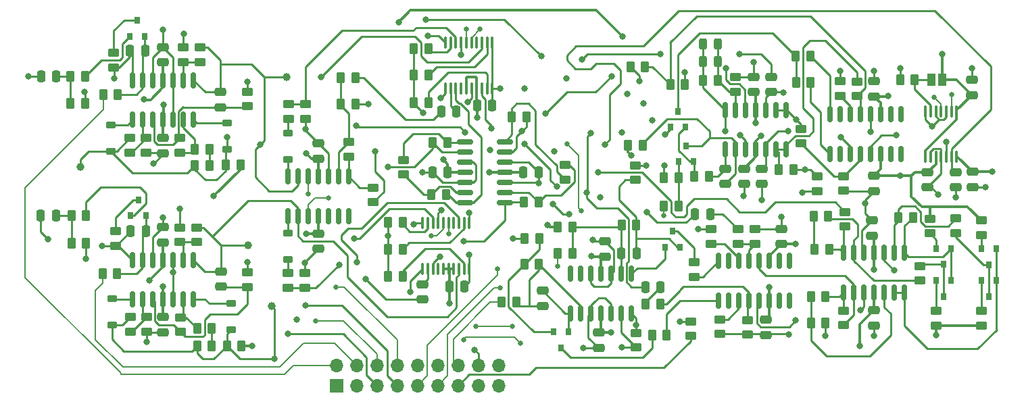
<source format=gbr>
%TF.GenerationSoftware,KiCad,Pcbnew,8.0.3*%
%TF.CreationDate,2024-07-01T12:15:54-06:00*%
%TF.ProjectId,VoiceBoardR3,566f6963-6542-46f6-9172-6452332e6b69,rev?*%
%TF.SameCoordinates,Original*%
%TF.FileFunction,Copper,L1,Top*%
%TF.FilePolarity,Positive*%
%FSLAX46Y46*%
G04 Gerber Fmt 4.6, Leading zero omitted, Abs format (unit mm)*
G04 Created by KiCad (PCBNEW 8.0.3) date 2024-07-01 12:15:54*
%MOMM*%
%LPD*%
G01*
G04 APERTURE LIST*
G04 Aperture macros list*
%AMRoundRect*
0 Rectangle with rounded corners*
0 $1 Rounding radius*
0 $2 $3 $4 $5 $6 $7 $8 $9 X,Y pos of 4 corners*
0 Add a 4 corners polygon primitive as box body*
4,1,4,$2,$3,$4,$5,$6,$7,$8,$9,$2,$3,0*
0 Add four circle primitives for the rounded corners*
1,1,$1+$1,$2,$3*
1,1,$1+$1,$4,$5*
1,1,$1+$1,$6,$7*
1,1,$1+$1,$8,$9*
0 Add four rect primitives between the rounded corners*
20,1,$1+$1,$2,$3,$4,$5,0*
20,1,$1+$1,$4,$5,$6,$7,0*
20,1,$1+$1,$6,$7,$8,$9,0*
20,1,$1+$1,$8,$9,$2,$3,0*%
G04 Aperture macros list end*
%TA.AperFunction,SMDPad,CuDef*%
%ADD10RoundRect,0.250000X0.250000X0.475000X-0.250000X0.475000X-0.250000X-0.475000X0.250000X-0.475000X0*%
%TD*%
%TA.AperFunction,SMDPad,CuDef*%
%ADD11RoundRect,0.250000X0.262500X0.450000X-0.262500X0.450000X-0.262500X-0.450000X0.262500X-0.450000X0*%
%TD*%
%TA.AperFunction,SMDPad,CuDef*%
%ADD12RoundRect,0.250000X-0.450000X0.262500X-0.450000X-0.262500X0.450000X-0.262500X0.450000X0.262500X0*%
%TD*%
%TA.AperFunction,SMDPad,CuDef*%
%ADD13RoundRect,0.250000X0.475000X-0.250000X0.475000X0.250000X-0.475000X0.250000X-0.475000X-0.250000X0*%
%TD*%
%TA.AperFunction,SMDPad,CuDef*%
%ADD14RoundRect,0.250000X-0.475000X0.250000X-0.475000X-0.250000X0.475000X-0.250000X0.475000X0.250000X0*%
%TD*%
%TA.AperFunction,SMDPad,CuDef*%
%ADD15RoundRect,0.225000X0.375000X-0.225000X0.375000X0.225000X-0.375000X0.225000X-0.375000X-0.225000X0*%
%TD*%
%TA.AperFunction,SMDPad,CuDef*%
%ADD16RoundRect,0.150000X0.150000X-0.825000X0.150000X0.825000X-0.150000X0.825000X-0.150000X-0.825000X0*%
%TD*%
%TA.AperFunction,SMDPad,CuDef*%
%ADD17RoundRect,0.100000X-0.100000X0.637500X-0.100000X-0.637500X0.100000X-0.637500X0.100000X0.637500X0*%
%TD*%
%TA.AperFunction,SMDPad,CuDef*%
%ADD18RoundRect,0.250000X0.450000X-0.262500X0.450000X0.262500X-0.450000X0.262500X-0.450000X-0.262500X0*%
%TD*%
%TA.AperFunction,ComponentPad*%
%ADD19C,1.000000*%
%TD*%
%TA.AperFunction,SMDPad,CuDef*%
%ADD20RoundRect,0.250000X-0.262500X-0.450000X0.262500X-0.450000X0.262500X0.450000X-0.262500X0.450000X0*%
%TD*%
%TA.AperFunction,SMDPad,CuDef*%
%ADD21R,0.800000X0.900000*%
%TD*%
%TA.AperFunction,SMDPad,CuDef*%
%ADD22RoundRect,0.250000X-0.250000X-0.475000X0.250000X-0.475000X0.250000X0.475000X-0.250000X0.475000X0*%
%TD*%
%TA.AperFunction,ComponentPad*%
%ADD23R,1.700000X1.700000*%
%TD*%
%TA.AperFunction,ComponentPad*%
%ADD24O,1.700000X1.700000*%
%TD*%
%TA.AperFunction,SMDPad,CuDef*%
%ADD25RoundRect,0.150000X-0.150000X0.825000X-0.150000X-0.825000X0.150000X-0.825000X0.150000X0.825000X0*%
%TD*%
%TA.AperFunction,SMDPad,CuDef*%
%ADD26RoundRect,0.243750X-0.243750X-0.456250X0.243750X-0.456250X0.243750X0.456250X-0.243750X0.456250X0*%
%TD*%
%TA.AperFunction,SMDPad,CuDef*%
%ADD27RoundRect,0.225000X-0.375000X0.225000X-0.375000X-0.225000X0.375000X-0.225000X0.375000X0.225000X0*%
%TD*%
%TA.AperFunction,SMDPad,CuDef*%
%ADD28RoundRect,0.243750X0.243750X0.456250X-0.243750X0.456250X-0.243750X-0.456250X0.243750X-0.456250X0*%
%TD*%
%TA.AperFunction,SMDPad,CuDef*%
%ADD29R,1.000000X1.500000*%
%TD*%
%TA.AperFunction,SMDPad,CuDef*%
%ADD30RoundRect,0.150000X-0.825000X-0.150000X0.825000X-0.150000X0.825000X0.150000X-0.825000X0.150000X0*%
%TD*%
%TA.AperFunction,ViaPad*%
%ADD31C,0.800000*%
%TD*%
%TA.AperFunction,ViaPad*%
%ADD32C,0.650000*%
%TD*%
%TA.AperFunction,Conductor*%
%ADD33C,0.220000*%
%TD*%
%TA.AperFunction,Conductor*%
%ADD34C,0.300000*%
%TD*%
%TA.AperFunction,Conductor*%
%ADD35C,0.180000*%
%TD*%
%TA.AperFunction,Conductor*%
%ADD36C,0.200000*%
%TD*%
G04 APERTURE END LIST*
D10*
%TO.P,C218,1*%
%TO.N,GND*%
X59496999Y-35468100D03*
%TO.P,C218,2*%
%TO.N,+3.3V*%
X57597001Y-35468100D03*
%TD*%
D11*
%TO.P,R205,1*%
%TO.N,GND*%
X11959600Y-12547600D03*
%TO.P,R205,2*%
%TO.N,Net-(C202-Pad2)*%
X10134600Y-12547600D03*
%TD*%
D12*
%TO.P,R310,1*%
%TO.N,GND*%
X106553000Y-9741300D03*
%TO.P,R310,2*%
%TO.N,Net-(U303A-+)*%
X106553000Y-11566300D03*
%TD*%
D13*
%TO.P,C210,1*%
%TO.N,GND*%
X41173400Y-30744199D03*
%TO.P,C210,2*%
%TO.N,-12V*%
X41173400Y-28844201D03*
%TD*%
D14*
%TO.P,C212,1*%
%TO.N,GND*%
X21717000Y-28031401D03*
%TO.P,C212,2*%
%TO.N,+12V*%
X21717000Y-29931399D03*
%TD*%
D15*
%TO.P,D202,1,K*%
%TO.N,TRI1_FULL*%
X15163800Y-18515600D03*
%TO.P,D202,2,A*%
%TO.N,Net-(D202-A)*%
X15163800Y-15215600D03*
%TD*%
D14*
%TO.P,C410,1*%
%TO.N,-12V*%
X97214600Y-39639201D03*
%TO.P,C410,2*%
%TO.N,GND*%
X97214600Y-41539199D03*
%TD*%
D16*
%TO.P,U303,1*%
%TO.N,Net-(R307-Pad2)*%
X105283000Y-18832600D03*
%TO.P,U303,2,DIODE_BIAS*%
%TO.N,unconnected-(U303C-DIODE_BIAS-Pad2)*%
X106553000Y-18832600D03*
%TO.P,U303,3,+*%
%TO.N,Net-(U303C-+)*%
X107823000Y-18832600D03*
%TO.P,U303,4,-*%
%TO.N,Net-(U303C--)*%
X109093000Y-18832600D03*
%TO.P,U303,5*%
%TO.N,Net-(U301C-+)*%
X110363000Y-18832600D03*
%TO.P,U303,6,V-*%
%TO.N,-12V*%
X111633000Y-18832600D03*
%TO.P,U303,7*%
%TO.N,unconnected-(U303-Pad7)*%
X112903000Y-18832600D03*
%TO.P,U303,8*%
%TO.N,unconnected-(U303-Pad8)*%
X114173000Y-18832600D03*
%TO.P,U303,9*%
%TO.N,unconnected-(U303-Pad9)*%
X114173000Y-13882600D03*
%TO.P,U303,10*%
%TO.N,unconnected-(U303-Pad10)*%
X112903000Y-13882600D03*
%TO.P,U303,11,V+*%
%TO.N,+12V*%
X111633000Y-13882600D03*
%TO.P,U303,12*%
%TO.N,Net-(U301B-+)*%
X110363000Y-13882600D03*
%TO.P,U303,13,-*%
%TO.N,Net-(U303A--)*%
X109093000Y-13882600D03*
%TO.P,U303,14,+*%
%TO.N,Net-(U303A-+)*%
X107823000Y-13882600D03*
%TO.P,U303,15,DIODE_BIAS*%
%TO.N,unconnected-(U303A-DIODE_BIAS-Pad15)*%
X106553000Y-13882600D03*
%TO.P,U303,16*%
%TO.N,Net-(R306-Pad2)*%
X105283000Y-13882600D03*
%TD*%
D17*
%TO.P,U205,1,P3A*%
%TO.N,GND*%
X60100400Y-27525600D03*
%TO.P,U205,2,P3W*%
%TO.N,Net-(U205D-P3W)*%
X59450400Y-27525600D03*
%TO.P,U205,3,P3B*%
%TO.N,TRI2_FULL*%
X58800400Y-27525600D03*
%TO.P,U205,4,HVC/A0*%
%TO.N,unconnected-(U205E-HVC{slash}A0-Pad4)*%
X58150400Y-27525600D03*
%TO.P,U205,5,SCL*%
%TO.N,SCL*%
X57500400Y-27525600D03*
%TO.P,U205,6,SDA*%
%TO.N,SDA*%
X56850400Y-27525600D03*
%TO.P,U205,7,VSS*%
%TO.N,GND*%
X56200400Y-27525600D03*
%TO.P,U205,8,P1B*%
%TO.N,PULSE2_FULL*%
X55550400Y-27525600D03*
%TO.P,U205,9,P1W*%
%TO.N,Net-(U205B-P1W)*%
X54900400Y-27525600D03*
%TO.P,U205,10,P1A*%
%TO.N,GND*%
X54250400Y-27525600D03*
%TO.P,U205,11,P0A*%
X54250400Y-33250600D03*
%TO.P,U205,12,P0W*%
%TO.N,Net-(U205A-P0W)*%
X54900400Y-33250600D03*
%TO.P,U205,13,P0B*%
%TO.N,Net-(U205A-P0B)*%
X55550400Y-33250600D03*
%TO.P,U205,14,NC*%
%TO.N,unconnected-(U205E-NC-Pad14)*%
X56200400Y-33250600D03*
%TO.P,U205,15,~{RESET}*%
%TO.N,+3.3V*%
X56850400Y-33250600D03*
%TO.P,U205,16,A1*%
X57500400Y-33250600D03*
%TO.P,U205,17,VDD*%
X58150400Y-33250600D03*
%TO.P,U205,18,P2B*%
%TO.N,SAW2_FULL*%
X58800400Y-33250600D03*
%TO.P,U205,19,P2W*%
%TO.N,Net-(U205C-P2W)*%
X59450400Y-33250600D03*
%TO.P,U205,20,P2A*%
%TO.N,GND*%
X60100400Y-33250600D03*
%TD*%
D10*
%TO.P,C201,1*%
%TO.N,Net-(Q201-E)*%
X19491999Y-5943600D03*
%TO.P,C201,2*%
%TO.N,Net-(C201-Pad2)*%
X17592001Y-5943600D03*
%TD*%
D18*
%TO.P,R204,1*%
%TO.N,Net-(C201-Pad2)*%
X15544800Y-7999100D03*
%TO.P,R204,2*%
%TO.N,Net-(Q201-C)*%
X15544800Y-6174100D03*
%TD*%
D19*
%TO.P,SAW1,1,1*%
%TO.N,SAW1_FULL*%
X37185600Y-9194800D03*
%TD*%
D18*
%TO.P,R314,1*%
%TO.N,GND*%
X103657400Y-23493100D03*
%TO.P,R314,2*%
%TO.N,Net-(U303C-+)*%
X103657400Y-21668100D03*
%TD*%
D12*
%TO.P,R243,1*%
%TO.N,GND*%
X32334200Y-33682300D03*
%TO.P,R243,2*%
%TO.N,Net-(U202C-+)*%
X32334200Y-35507300D03*
%TD*%
%TO.P,R234,1*%
%TO.N,SAW1_FULL*%
X26339800Y-5488300D03*
%TO.P,R234,2*%
%TO.N,Net-(U201A--)*%
X26339800Y-7313300D03*
%TD*%
%TO.P,R417,1*%
%TO.N,-12V*%
X117805200Y-26976700D03*
%TO.P,R417,2*%
%TO.N,Net-(Q405-E)*%
X117805200Y-28801700D03*
%TD*%
D13*
%TO.P,C207,1*%
%TO.N,GND*%
X21742400Y-18755399D03*
%TO.P,C207,2*%
%TO.N,-12V*%
X21742400Y-16855401D03*
%TD*%
D14*
%TO.P,C204,1*%
%TO.N,SAW2_FULL*%
X29032200Y-33594001D03*
%TO.P,C204,2*%
%TO.N,Net-(U202C-+)*%
X29032200Y-35493999D03*
%TD*%
D19*
%TO.P,TRI1,1,1*%
%TO.N,TRI1_FULL*%
X11353800Y-20497800D03*
%TD*%
D18*
%TO.P,R221,1*%
%TO.N,GND*%
X19659600Y-41120700D03*
%TO.P,R221,2*%
%TO.N,Net-(U202C--)*%
X19659600Y-39295700D03*
%TD*%
D20*
%TO.P,R203,1*%
%TO.N,LEVEL_1_CV*%
X14251300Y-11379200D03*
%TO.P,R203,2*%
%TO.N,Net-(Q201-E)*%
X16076300Y-11379200D03*
%TD*%
%TO.P,R418,1*%
%TO.N,Net-(R418-Pad1)*%
X103227500Y-26670000D03*
%TO.P,R418,2*%
%TO.N,Net-(U403D--)*%
X105052500Y-26670000D03*
%TD*%
D21*
%TO.P,Q401,1,B*%
%TO.N,Net-(Q401-B)*%
X84622600Y-30540200D03*
%TO.P,Q401,2,E*%
%TO.N,Net-(Q401-E)*%
X86522600Y-30540200D03*
%TO.P,Q401,3,C*%
%TO.N,Net-(Q401-C)*%
X85572600Y-28540200D03*
%TD*%
%TO.P,Q201,1,B*%
%TO.N,Net-(Q201-B)*%
X17566600Y-4098800D03*
%TO.P,Q201,2,E*%
%TO.N,Net-(Q201-E)*%
X19466600Y-4098800D03*
%TO.P,Q201,3,C*%
%TO.N,Net-(Q201-C)*%
X18516600Y-2098800D03*
%TD*%
D18*
%TO.P,R210,1*%
%TO.N,Net-(U201C--)*%
X17602200Y-18692500D03*
%TO.P,R210,2*%
%TO.N,TRI1_FULL*%
X17602200Y-16867500D03*
%TD*%
D19*
%TO.P,TRI2,1,1*%
%TO.N,TRI2_FULL*%
X35331400Y-37896800D03*
%TD*%
D11*
%TO.P,R241,1*%
%TO.N,Net-(U204C--)*%
X68781300Y-24917400D03*
%TO.P,R241,2*%
%TO.N,Net-(U205A-P0B)*%
X66956300Y-24917400D03*
%TD*%
D13*
%TO.P,C404,1*%
%TO.N,-12V*%
X77063600Y-31699200D03*
%TO.P,C404,2*%
%TO.N,GND*%
X77063600Y-29799202D03*
%TD*%
D22*
%TO.P,C405,1*%
%TO.N,Net-(U404C--)*%
X79136200Y-31308001D03*
%TO.P,C405,2*%
%TO.N,Net-(Q401-E)*%
X81036200Y-31308001D03*
%TD*%
D11*
%TO.P,R239,1*%
%TO.N,Net-(U205C-P2W)*%
X51738500Y-34190400D03*
%TO.P,R239,2*%
%TO.N,Net-(U204A--)*%
X49913500Y-34190400D03*
%TD*%
D20*
%TO.P,R411,1*%
%TO.N,Net-(U403B-+)*%
X102897300Y-40055800D03*
%TO.P,R411,2*%
%TO.N,GND*%
X104722300Y-40055800D03*
%TD*%
D11*
%TO.P,R422,1*%
%TO.N,Net-(Q406-E)*%
X68857500Y-29464000D03*
%TO.P,R422,2*%
%TO.N,GND*%
X67032500Y-29464000D03*
%TD*%
D12*
%TO.P,R429,1*%
%TO.N,Net-(R425-Pad2)*%
X87833200Y-39854500D03*
%TO.P,R429,2*%
%TO.N,VCA_OUT*%
X87833200Y-41679500D03*
%TD*%
D18*
%TO.P,R425,1*%
%TO.N,Net-(U404B--)*%
X81000600Y-43117101D03*
%TO.P,R425,2*%
%TO.N,Net-(R425-Pad2)*%
X81000600Y-41292101D03*
%TD*%
%TO.P,R404,1*%
%TO.N,Net-(Q401-E)*%
X80899000Y-22121500D03*
%TO.P,R404,2*%
%TO.N,GND*%
X80899000Y-20296500D03*
%TD*%
D10*
%TO.P,C209,1*%
%TO.N,Net-(Q202-E)*%
X19593599Y-28524200D03*
%TO.P,C209,2*%
%TO.N,Net-(C209-Pad2)*%
X17693601Y-28524200D03*
%TD*%
D18*
%TO.P,R419,1*%
%TO.N,Net-(U403D--)*%
X116586000Y-34719900D03*
%TO.P,R419,2*%
%TO.N,Net-(Q404-C)*%
X116586000Y-32894900D03*
%TD*%
D12*
%TO.P,R201,1*%
%TO.N,Net-(U201C-+)*%
X23799800Y-16867500D03*
%TO.P,R201,2*%
%TO.N,Net-(U201D--)*%
X23799800Y-18692500D03*
%TD*%
D21*
%TO.P,Q302,1,B*%
%TO.N,GND*%
X85283000Y-15505700D03*
%TO.P,Q302,2,E*%
%TO.N,Net-(Q301-E)*%
X87183000Y-15505700D03*
%TO.P,Q302,3,C*%
%TO.N,Net-(Q302-C)*%
X86233000Y-13505700D03*
%TD*%
D15*
%TO.P,D204,1,K*%
%TO.N,TRI2_FULL*%
X30302200Y-40918400D03*
%TO.P,D204,2,A*%
%TO.N,Net-(D204-A)*%
X30302200Y-37618400D03*
%TD*%
D14*
%TO.P,C303,1*%
%TO.N,+12V*%
X123113800Y-21097201D03*
%TO.P,C303,2*%
%TO.N,GND*%
X123113800Y-22997199D03*
%TD*%
D22*
%TO.P,C406,1*%
%TO.N,FOLDER_IN*%
X88381800Y-26365200D03*
%TO.P,C406,2*%
%TO.N,Net-(C406-Pad2)*%
X90281800Y-26365200D03*
%TD*%
D11*
%TO.P,R235,1*%
%TO.N,Net-(R202-Pad2)*%
X27557100Y-20294600D03*
%TO.P,R235,2*%
%TO.N,TRI1_FULL*%
X25732100Y-20294600D03*
%TD*%
D17*
%TO.P,U203,1,P3A*%
%TO.N,GND*%
X62970600Y-4919600D03*
%TO.P,U203,2,P3W*%
%TO.N,Net-(U203D-P3W)*%
X62320600Y-4919600D03*
%TO.P,U203,3,P3B*%
%TO.N,TRI1_FULL*%
X61670600Y-4919600D03*
%TO.P,U203,4,HVC/A0*%
%TO.N,unconnected-(U203E-HVC{slash}A0-Pad4)*%
X61020600Y-4919600D03*
%TO.P,U203,5,SCL*%
%TO.N,SCL*%
X60370600Y-4919600D03*
%TO.P,U203,6,SDA*%
%TO.N,SDA*%
X59720600Y-4919600D03*
%TO.P,U203,7,VSS*%
%TO.N,GND*%
X59070600Y-4919600D03*
%TO.P,U203,8,P1B*%
%TO.N,PULSE1_FULL*%
X58420600Y-4919600D03*
%TO.P,U203,9,P1W*%
%TO.N,Net-(U203B-P1W)*%
X57770600Y-4919600D03*
%TO.P,U203,10,P1A*%
%TO.N,GND*%
X57120600Y-4919600D03*
%TO.P,U203,11,P0A*%
X57120600Y-10644600D03*
%TO.P,U203,12,P0W*%
%TO.N,Net-(U203A-P0W)*%
X57770600Y-10644600D03*
%TO.P,U203,13,P0B*%
%TO.N,Net-(U203A-P0B)*%
X58420600Y-10644600D03*
%TO.P,U203,14,NC*%
%TO.N,unconnected-(U203E-NC-Pad14)*%
X59070600Y-10644600D03*
%TO.P,U203,15,~{RESET}*%
%TO.N,+3.3V*%
X59720600Y-10644600D03*
%TO.P,U203,16,A1*%
%TO.N,GND*%
X60370600Y-10644600D03*
%TO.P,U203,17,VDD*%
%TO.N,+3.3V*%
X61020600Y-10644600D03*
%TO.P,U203,18,P2B*%
%TO.N,SAW1_FULL*%
X61670600Y-10644600D03*
%TO.P,U203,19,P2W*%
%TO.N,Net-(U203C-P2W)*%
X62320600Y-10644600D03*
%TO.P,U203,20,P2A*%
%TO.N,GND*%
X62970600Y-10644600D03*
%TD*%
D21*
%TO.P,Q403,1,B*%
%TO.N,Net-(Q402-B)*%
X126146600Y-30750000D03*
%TO.P,Q403,2,E*%
%TO.N,Net-(Q403-E)*%
X124246600Y-30750000D03*
%TO.P,Q403,3,C*%
%TO.N,Net-(Q402-C)*%
X125196600Y-32750000D03*
%TD*%
D20*
%TO.P,R218,1*%
%TO.N,Net-(U202D--)*%
X26011500Y-40716200D03*
%TO.P,R218,2*%
%TO.N,Net-(R218-Pad2)*%
X27836500Y-40716200D03*
%TD*%
D11*
%TO.P,R428,1*%
%TO.N,Net-(U402C--)*%
X84021300Y-37632601D03*
%TO.P,R428,2*%
%TO.N,Net-(C414-Pad2)*%
X82196300Y-37632601D03*
%TD*%
D12*
%TO.P,R245,1*%
%TO.N,Net-(U206A--)*%
X44983400Y-17375500D03*
%TO.P,R245,2*%
%TO.N,Net-(R245-Pad2)*%
X44983400Y-19200500D03*
%TD*%
D22*
%TO.P,C202,1*%
%TO.N,CLK_1*%
X6439500Y-9118600D03*
%TO.P,C202,2*%
%TO.N,Net-(C202-Pad2)*%
X8339500Y-9118600D03*
%TD*%
D23*
%TO.P,U103,1,SDA*%
%TO.N,SDA*%
X43437500Y-47887500D03*
D24*
%TO.P,U103,2,LVL1*%
%TO.N,LEVEL_1_CV*%
X43437500Y-45347500D03*
%TO.P,U103,3,SCL*%
%TO.N,SCL*%
X45977500Y-47887500D03*
%TO.P,U103,4,LVL2*%
%TO.N,LEVEL_2_CV*%
X45977500Y-45347500D03*
%TO.P,U103,5,CLK1*%
%TO.N,CLK_1*%
X48517500Y-47887500D03*
%TO.P,U103,6,PWM1*%
%TO.N,PWM_1_CV*%
X48517500Y-45347500D03*
%TO.P,U103,7,CLK2*%
%TO.N,CLK_2*%
X51057500Y-47887500D03*
%TO.P,U103,8,PWM2*%
%TO.N,PWM_2_CV*%
X51057500Y-45347500D03*
%TO.P,U103,9,HP*%
%TO.N,HP_MODE*%
X53597500Y-47887500D03*
%TO.P,U103,10,FOLD*%
%TO.N,FOLD_CV*%
X53597500Y-45347500D03*
%TO.P,U103,11,FF*%
%TO.N,FOLD_FIRST*%
X56137500Y-47887500D03*
%TO.P,U103,12,VCF*%
%TO.N,CUTOFF_CV*%
X56137500Y-45347500D03*
%TO.P,U103,13,OUT*%
%TO.N,VCA_OUT*%
X58677500Y-47887500D03*
%TO.P,U103,14,VCA*%
%TO.N,VCA_CV*%
X58677500Y-45347500D03*
%TO.P,U103,15,+3V3*%
%TO.N,+3.3V*%
X61217500Y-47887500D03*
%TO.P,U103,16,GND*%
%TO.N,GND*%
X61217500Y-45347500D03*
%TO.P,U103,17,+12V*%
%TO.N,+12V*%
X63757500Y-47887500D03*
%TO.P,U103,18,-12V*%
%TO.N,-12V*%
X63757500Y-45347500D03*
%TD*%
D13*
%TO.P,C213,1*%
%TO.N,GND*%
X21717000Y-41183599D03*
%TO.P,C213,2*%
%TO.N,-12V*%
X21717000Y-39283601D03*
%TD*%
D25*
%TO.P,U201,1*%
%TO.N,SAW1_FULL*%
X25551100Y-9615400D03*
%TO.P,U201,2,-*%
%TO.N,Net-(U201A--)*%
X24281100Y-9615400D03*
%TO.P,U201,3,+*%
%TO.N,GND*%
X23011100Y-9615400D03*
%TO.P,U201,4,V+*%
%TO.N,+12V*%
X21741100Y-9615400D03*
%TO.P,U201,5,+*%
%TO.N,GND*%
X20471100Y-9615400D03*
%TO.P,U201,6,-*%
%TO.N,Net-(Q201-E)*%
X19201100Y-9615400D03*
%TO.P,U201,7*%
%TO.N,Net-(C201-Pad2)*%
X17931100Y-9615400D03*
%TO.P,U201,8*%
%TO.N,Net-(D202-A)*%
X17931100Y-14565400D03*
%TO.P,U201,9,-*%
%TO.N,Net-(U201C--)*%
X19201100Y-14565400D03*
%TO.P,U201,10,+*%
%TO.N,Net-(U201C-+)*%
X20471100Y-14565400D03*
%TO.P,U201,11,V-*%
%TO.N,-12V*%
X21741100Y-14565400D03*
%TO.P,U201,12,+*%
%TO.N,GND*%
X23011100Y-14565400D03*
%TO.P,U201,13,-*%
%TO.N,Net-(U201D--)*%
X24281100Y-14565400D03*
%TO.P,U201,14*%
%TO.N,Net-(D201-A)*%
X25551100Y-14565400D03*
%TD*%
D26*
%TO.P,D301,1,K*%
%TO.N,Net-(D301-K)*%
X89384899Y-7239000D03*
%TO.P,D301,2,A*%
%TO.N,Net-(D301-A)*%
X91259901Y-7239000D03*
%TD*%
D27*
%TO.P,D205,1,K*%
%TO.N,Net-(D205-K)*%
X37362100Y-16206200D03*
%TO.P,D205,2,A*%
%TO.N,Net-(D205-A)*%
X37362100Y-19506200D03*
%TD*%
D14*
%TO.P,C407,1*%
%TO.N,+12V*%
X110820200Y-38445401D03*
%TO.P,C407,2*%
%TO.N,GND*%
X110820200Y-40345399D03*
%TD*%
D11*
%TO.P,R233,1*%
%TO.N,Net-(U204D--)*%
X67257300Y-14249400D03*
%TO.P,R233,2*%
%TO.N,Net-(R233-Pad2)*%
X65432300Y-14249400D03*
%TD*%
D14*
%TO.P,C306,1*%
%TO.N,Net-(U301B-+)*%
X96697800Y-20690801D03*
%TO.P,C306,2*%
%TO.N,Net-(D301-K)*%
X96697800Y-22590799D03*
%TD*%
%TO.P,C308,1*%
%TO.N,+12V*%
X94513400Y-20690801D03*
%TO.P,C308,2*%
%TO.N,GND*%
X94513400Y-22590799D03*
%TD*%
D12*
%TO.P,R406,1*%
%TO.N,GND*%
X95885000Y-28297500D03*
%TO.P,R406,2*%
%TO.N,Net-(U402A--)*%
X95885000Y-30122500D03*
%TD*%
D21*
%TO.P,Q406,1,B*%
%TO.N,Net-(Q406-B)*%
X72527200Y-41153801D03*
%TO.P,Q406,2,E*%
%TO.N,Net-(Q406-E)*%
X70627200Y-41153801D03*
%TO.P,Q406,3,C*%
%TO.N,Net-(Q406-C)*%
X71577200Y-43153801D03*
%TD*%
D13*
%TO.P,C307,1*%
%TO.N,Net-(U301C-+)*%
X97891600Y-11109999D03*
%TO.P,C307,2*%
%TO.N,HP_IN*%
X97891600Y-9210001D03*
%TD*%
D20*
%TO.P,R202,1*%
%TO.N,Net-(U201D--)*%
X25732100Y-18262600D03*
%TO.P,R202,2*%
%TO.N,Net-(R202-Pad2)*%
X27557100Y-18262600D03*
%TD*%
D28*
%TO.P,D302,1,K*%
%TO.N,Net-(D301-A)*%
X91259901Y-5080000D03*
%TO.P,D302,2,A*%
%TO.N,Net-(D301-K)*%
X89384899Y-5080000D03*
%TD*%
D18*
%TO.P,R207,1*%
%TO.N,Net-(U201A--)*%
X24282400Y-7313300D03*
%TO.P,R207,2*%
%TO.N,Net-(C201-Pad2)*%
X24282400Y-5488300D03*
%TD*%
D13*
%TO.P,C413,1*%
%TO.N,Net-(U404A--)*%
X69265800Y-37906999D03*
%TO.P,C413,2*%
%TO.N,Net-(Q406-B)*%
X69265800Y-36007001D03*
%TD*%
D12*
%TO.P,R246,1*%
%TO.N,Net-(R245-Pad2)*%
X48082200Y-23090500D03*
%TO.P,R246,2*%
%TO.N,OSC_MIX*%
X48082200Y-24915500D03*
%TD*%
D18*
%TO.P,R313,1*%
%TO.N,GND*%
X107010200Y-23467700D03*
%TO.P,R313,2*%
%TO.N,Net-(U303C--)*%
X107010200Y-21642700D03*
%TD*%
D12*
%TO.P,R316,1*%
%TO.N,GND*%
X93421200Y-9247500D03*
%TO.P,R316,2*%
%TO.N,Net-(D301-A)*%
X93421200Y-11072500D03*
%TD*%
D14*
%TO.P,C206,1*%
%TO.N,GND*%
X21742400Y-5450801D03*
%TO.P,C206,2*%
%TO.N,+12V*%
X21742400Y-7350799D03*
%TD*%
D20*
%TO.P,R301,1*%
%TO.N,Net-(Q301-E)*%
X88292300Y-21640800D03*
%TO.P,R301,2*%
%TO.N,Net-(C301-Pad1)*%
X90117300Y-21640800D03*
%TD*%
%TO.P,R232,1*%
%TO.N,Net-(U204A--)*%
X55526300Y-17449800D03*
%TO.P,R232,2*%
%TO.N,Net-(R220-Pad1)*%
X57351300Y-17449800D03*
%TD*%
D18*
%TO.P,R240,1*%
%TO.N,Net-(R233-Pad2)*%
X72059800Y-22045300D03*
%TO.P,R240,2*%
%TO.N,Net-(U204C--)*%
X72059800Y-20220300D03*
%TD*%
D12*
%TO.P,R220,1*%
%TO.N,Net-(R220-Pad1)*%
X51892200Y-19610700D03*
%TO.P,R220,2*%
%TO.N,Net-(U204B--)*%
X51892200Y-21435700D03*
%TD*%
D20*
%TO.P,R402,1*%
%TO.N,FOLD_CV*%
X71172700Y-31318200D03*
%TO.P,R402,2*%
%TO.N,Net-(U404C--)*%
X72997700Y-31318200D03*
%TD*%
D15*
%TO.P,D201,1,K*%
%TO.N,TRI1_FULL*%
X29768800Y-18236200D03*
%TO.P,D201,2,A*%
%TO.N,Net-(D201-A)*%
X29768800Y-14936200D03*
%TD*%
D11*
%TO.P,R242,1*%
%TO.N,Net-(C214-Pad2)*%
X45845100Y-9296400D03*
%TO.P,R242,2*%
%TO.N,Net-(U206A--)*%
X44020100Y-9296400D03*
%TD*%
%TO.P,R230,1*%
%TO.N,Net-(U203B-P1W)*%
X54987200Y-5664201D03*
%TO.P,R230,2*%
%TO.N,Net-(U204D--)*%
X53162200Y-5664201D03*
%TD*%
%TO.P,R208,1*%
%TO.N,-12V*%
X31417900Y-20243800D03*
%TO.P,R208,2*%
%TO.N,TRI1_FULL*%
X29592900Y-20243800D03*
%TD*%
%TO.P,R236,1*%
%TO.N,Net-(R218-Pad2)*%
X27836500Y-42875200D03*
%TO.P,R236,2*%
%TO.N,TRI2_FULL*%
X26011500Y-42875200D03*
%TD*%
D21*
%TO.P,Q202,1,B*%
%TO.N,Net-(Q202-B)*%
X17693600Y-26603200D03*
%TO.P,Q202,2,E*%
%TO.N,Net-(Q202-E)*%
X19593600Y-26603200D03*
%TO.P,Q202,3,C*%
%TO.N,Net-(Q202-C)*%
X18643600Y-24603200D03*
%TD*%
D12*
%TO.P,R405,1*%
%TO.N,Net-(C406-Pad2)*%
X93776800Y-28297500D03*
%TO.P,R405,2*%
%TO.N,Net-(U402A--)*%
X93776800Y-30122500D03*
%TD*%
D11*
%TO.P,R212,1*%
%TO.N,GND*%
X12078300Y-30073600D03*
%TO.P,R212,2*%
%TO.N,Net-(C208-Pad2)*%
X10253300Y-30073600D03*
%TD*%
D17*
%TO.P,U302,1,VL*%
%TO.N,+3.3V*%
X121152200Y-13495100D03*
%TO.P,U302,2,SCL*%
%TO.N,SCL*%
X120502200Y-13495100D03*
%TO.P,U302,3,A1*%
%TO.N,GND*%
X119852200Y-13495100D03*
%TO.P,U302,4,SDA*%
%TO.N,SDA*%
X119202200Y-13495100D03*
%TO.P,U302,5,A0*%
%TO.N,GND*%
X118552200Y-13495100D03*
%TO.P,U302,6,~{WLAT}*%
%TO.N,Net-(JP301-A)*%
X117902200Y-13495100D03*
%TO.P,U302,7,NC*%
%TO.N,GND*%
X117252200Y-13495100D03*
%TO.P,U302,8,~{SHDN}*%
%TO.N,+3.3V*%
X117252200Y-19220100D03*
%TO.P,U302,9,DGND*%
%TO.N,GND*%
X117902200Y-19220100D03*
%TO.P,U302,10,V-*%
%TO.N,-12V*%
X118552200Y-19220100D03*
%TO.P,U302,11,P0B*%
%TO.N,GND*%
X119202200Y-19220100D03*
%TO.P,U302,12,P0W*%
%TO.N,Net-(U301D-+)*%
X119852200Y-19220100D03*
%TO.P,U302,13,P0A*%
%TO.N,FILTER_OUT*%
X120502200Y-19220100D03*
%TO.P,U302,14,V+*%
%TO.N,+12V*%
X121152200Y-19220100D03*
%TD*%
D29*
%TO.P,JP301,1,A*%
%TO.N,Net-(JP301-A)*%
X118023900Y-9552400D03*
%TO.P,JP301,2,B*%
%TO.N,+3.3V*%
X119323900Y-9552400D03*
%TD*%
D12*
%TO.P,R227,1*%
%TO.N,SAW2_FULL*%
X25958800Y-28068900D03*
%TO.P,R227,2*%
%TO.N,Net-(U202A--)*%
X25958800Y-29893900D03*
%TD*%
D20*
%TO.P,R401,1*%
%TO.N,Net-(U404C--)*%
X79173700Y-27762200D03*
%TO.P,R401,2*%
%TO.N,Net-(Q401-E)*%
X80998700Y-27762200D03*
%TD*%
D16*
%TO.P,U402,1*%
%TO.N,Net-(R424-Pad1)*%
X91338400Y-37222200D03*
%TO.P,U402,2,DIODE_BIAS*%
%TO.N,unconnected-(U402C-DIODE_BIAS-Pad2)*%
X92608400Y-37222200D03*
%TO.P,U402,3,+*%
%TO.N,Net-(U402C-+)*%
X93878400Y-37222200D03*
%TO.P,U402,4,-*%
%TO.N,Net-(U402C--)*%
X95148400Y-37222200D03*
%TO.P,U402,5*%
%TO.N,Net-(U404B--)*%
X96418400Y-37222200D03*
%TO.P,U402,6,V-*%
%TO.N,-12V*%
X97688400Y-37222200D03*
%TO.P,U402,7*%
%TO.N,unconnected-(U402-Pad7)*%
X98958400Y-37222200D03*
%TO.P,U402,8*%
%TO.N,unconnected-(U402-Pad8)*%
X100228400Y-37222200D03*
%TO.P,U402,9*%
%TO.N,unconnected-(U402-Pad9)*%
X100228400Y-32272200D03*
%TO.P,U402,10*%
%TO.N,unconnected-(U402-Pad10)*%
X98958400Y-32272200D03*
%TO.P,U402,11,V+*%
%TO.N,+12V*%
X97688400Y-32272200D03*
%TO.P,U402,12*%
%TO.N,Net-(U403A--)*%
X96418400Y-32272200D03*
%TO.P,U402,13,-*%
%TO.N,Net-(U402A--)*%
X95148400Y-32272200D03*
%TO.P,U402,14,+*%
%TO.N,Net-(U402A-+)*%
X93878400Y-32272200D03*
%TO.P,U402,15,DIODE_BIAS*%
%TO.N,unconnected-(U402A-DIODE_BIAS-Pad15)*%
X92608400Y-32272200D03*
%TO.P,U402,16*%
%TO.N,Net-(R408-Pad1)*%
X91338400Y-32272200D03*
%TD*%
D19*
%TO.P,SAW2,1,1*%
%TO.N,SAW2_FULL*%
X32359600Y-30276800D03*
%TD*%
D13*
%TO.P,C309,1*%
%TO.N,-12V*%
X95681800Y-11109999D03*
%TO.P,C309,2*%
%TO.N,GND*%
X95681800Y-9210001D03*
%TD*%
D21*
%TO.P,Q404,1,B*%
%TO.N,Net-(Q404-B)*%
X120482400Y-34712400D03*
%TO.P,Q404,2,E*%
%TO.N,Net-(Q404-E)*%
X118582400Y-34712400D03*
%TO.P,Q404,3,C*%
%TO.N,Net-(Q404-C)*%
X119532400Y-36712400D03*
%TD*%
D13*
%TO.P,C409,1*%
%TO.N,+12V*%
X99161600Y-30159999D03*
%TO.P,C409,2*%
%TO.N,GND*%
X99161600Y-28260001D03*
%TD*%
D21*
%TO.P,Q402,1,B*%
%TO.N,Net-(Q402-B)*%
X126146600Y-34712400D03*
%TO.P,Q402,2,E*%
%TO.N,Net-(Q402-E)*%
X124246600Y-34712400D03*
%TO.P,Q402,3,C*%
%TO.N,Net-(Q402-C)*%
X125196600Y-36712400D03*
%TD*%
D12*
%TO.P,R409,1*%
%TO.N,Net-(R409-Pad1)*%
X107010200Y-38482900D03*
%TO.P,R409,2*%
%TO.N,Net-(U403A--)*%
X107010200Y-40307900D03*
%TD*%
%TO.P,R412,1*%
%TO.N,Net-(Q402-E)*%
X124231400Y-38508300D03*
%TO.P,R412,2*%
%TO.N,+12V*%
X124231400Y-40333300D03*
%TD*%
D11*
%TO.P,R206,1*%
%TO.N,Net-(Q201-B)*%
X11975300Y-9119201D03*
%TO.P,R206,2*%
%TO.N,Net-(C202-Pad2)*%
X10150300Y-9119201D03*
%TD*%
D18*
%TO.P,R312,1*%
%TO.N,Net-(U303C--)*%
X101676200Y-17524100D03*
%TO.P,R312,2*%
%TO.N,Net-(U301C--)*%
X101676200Y-15699100D03*
%TD*%
D20*
%TO.P,R307,1*%
%TO.N,Net-(Q302-C)*%
X101041200Y-9906000D03*
%TO.P,R307,2*%
%TO.N,Net-(R307-Pad2)*%
X102866200Y-9906000D03*
%TD*%
D12*
%TO.P,R407,1*%
%TO.N,GND*%
X90373200Y-28297500D03*
%TO.P,R407,2*%
%TO.N,Net-(U402A-+)*%
X90373200Y-30122500D03*
%TD*%
D11*
%TO.P,R430,1*%
%TO.N,Net-(R420-Pad2)*%
X105204900Y-30835600D03*
%TO.P,R430,2*%
%TO.N,Net-(R418-Pad1)*%
X103379900Y-30835600D03*
%TD*%
D12*
%TO.P,R224,1*%
%TO.N,Net-(D206-K)*%
X37412900Y-33809300D03*
%TO.P,R224,2*%
%TO.N,PULSE2_FULL*%
X37412900Y-35634300D03*
%TD*%
D18*
%TO.P,R216,1*%
%TO.N,Net-(U202A--)*%
X23850600Y-29893900D03*
%TO.P,R216,2*%
%TO.N,Net-(C209-Pad2)*%
X23850600Y-28068900D03*
%TD*%
%TO.P,R215,1*%
%TO.N,Net-(C209-Pad2)*%
X15798800Y-30376500D03*
%TO.P,R215,2*%
%TO.N,Net-(Q202-C)*%
X15798800Y-28551500D03*
%TD*%
D11*
%TO.P,R304,1*%
%TO.N,Net-(Q301-B)*%
X86307300Y-21869400D03*
%TO.P,R304,2*%
%TO.N,GND*%
X84482300Y-21869400D03*
%TD*%
D14*
%TO.P,C211,1*%
%TO.N,Net-(U205A-P0W)*%
X54229600Y-35196201D03*
%TO.P,C211,2*%
%TO.N,Net-(C211-Pad2)*%
X54229600Y-37096199D03*
%TD*%
D11*
%TO.P,R317,1*%
%TO.N,Net-(JP301-A)*%
X115898300Y-9550400D03*
%TO.P,R317,2*%
%TO.N,GND*%
X114073300Y-9550400D03*
%TD*%
D12*
%TO.P,R420,1*%
%TO.N,FOLDER_OUT*%
X107188000Y-26113100D03*
%TO.P,R420,2*%
%TO.N,Net-(R420-Pad2)*%
X107188000Y-27938100D03*
%TD*%
D11*
%TO.P,R229,1*%
%TO.N,Net-(U203D-P3W)*%
X54987200Y-8991600D03*
%TO.P,R229,2*%
%TO.N,Net-(U204D--)*%
X53162200Y-8991600D03*
%TD*%
D10*
%TO.P,C217,1*%
%TO.N,GND*%
X62951399Y-12760500D03*
%TO.P,C217,2*%
%TO.N,+3.3V*%
X61051401Y-12760500D03*
%TD*%
D22*
%TO.P,C215,1*%
%TO.N,GND*%
X55488801Y-21131500D03*
%TO.P,C215,2*%
%TO.N,+12V*%
X57388799Y-21131500D03*
%TD*%
D13*
%TO.P,C311,1*%
%TO.N,+12V*%
X110794800Y-11629199D03*
%TO.P,C311,2*%
%TO.N,GND*%
X110794800Y-9729201D03*
%TD*%
D22*
%TO.P,C414,1*%
%TO.N,VCA_IN*%
X82164700Y-35544201D03*
%TO.P,C414,2*%
%TO.N,Net-(C414-Pad2)*%
X84064700Y-35544201D03*
%TD*%
D10*
%TO.P,C216,1*%
%TO.N,GND*%
X68767999Y-21131500D03*
%TO.P,C216,2*%
%TO.N,-12V*%
X66868001Y-21131500D03*
%TD*%
D13*
%TO.P,C304,1*%
%TO.N,+3.3V*%
X123063000Y-11490999D03*
%TO.P,C304,2*%
%TO.N,GND*%
X123063000Y-9591001D03*
%TD*%
D11*
%TO.P,R315,1*%
%TO.N,Net-(D301-A)*%
X91234900Y-9652000D03*
%TO.P,R315,2*%
%TO.N,Net-(D301-K)*%
X89409900Y-9652000D03*
%TD*%
D16*
%TO.P,U403,1*%
%TO.N,Net-(R409-Pad1)*%
X107011500Y-36206200D03*
%TO.P,U403,2,-*%
%TO.N,Net-(U403A--)*%
X108281500Y-36206200D03*
%TO.P,U403,3,+*%
%TO.N,GND*%
X109551500Y-36206200D03*
%TO.P,U403,4,V+*%
%TO.N,+12V*%
X110821500Y-36206200D03*
%TO.P,U403,5,+*%
%TO.N,Net-(U403B-+)*%
X112091500Y-36206200D03*
%TO.P,U403,6,-*%
%TO.N,Net-(Q402-B)*%
X113361500Y-36206200D03*
%TO.P,U403,7*%
X114631500Y-36206200D03*
%TO.P,U403,8*%
%TO.N,Net-(Q404-B)*%
X114631500Y-31256200D03*
%TO.P,U403,9,-*%
%TO.N,Net-(U403C--)*%
X113361500Y-31256200D03*
%TO.P,U403,10,+*%
%TO.N,GND*%
X112091500Y-31256200D03*
%TO.P,U403,11,V-*%
%TO.N,-12V*%
X110821500Y-31256200D03*
%TO.P,U403,12,+*%
%TO.N,GND*%
X109551500Y-31256200D03*
%TO.P,U403,13,-*%
%TO.N,Net-(U403D--)*%
X108281500Y-31256200D03*
%TO.P,U403,14*%
%TO.N,Net-(R420-Pad2)*%
X107011500Y-31256200D03*
%TD*%
D11*
%TO.P,R219,1*%
%TO.N,-12V*%
X31570300Y-42875200D03*
%TO.P,R219,2*%
%TO.N,TRI2_FULL*%
X29745300Y-42875200D03*
%TD*%
D10*
%TO.P,C214,1*%
%TO.N,Net-(U203A-P0W)*%
X58480999Y-13563600D03*
%TO.P,C214,2*%
%TO.N,Net-(C214-Pad2)*%
X56581001Y-13563600D03*
%TD*%
D18*
%TO.P,R225,1*%
%TO.N,Net-(D205-K)*%
X37434700Y-14450700D03*
%TO.P,R225,2*%
%TO.N,PULSE1_FULL*%
X37434700Y-12625700D03*
%TD*%
D11*
%TO.P,R303,1*%
%TO.N,Net-(Q301-B)*%
X86307300Y-25374600D03*
%TO.P,R303,2*%
%TO.N,CUTOFF_CV*%
X84482300Y-25374600D03*
%TD*%
D18*
%TO.P,R222,1*%
%TO.N,Net-(U202C--)*%
X17627600Y-41120700D03*
%TO.P,R222,2*%
%TO.N,TRI2_FULL*%
X17627600Y-39295700D03*
%TD*%
D12*
%TO.P,R209,1*%
%TO.N,GND*%
X32334200Y-11050900D03*
%TO.P,R209,2*%
%TO.N,Net-(U201C-+)*%
X32334200Y-12875900D03*
%TD*%
D11*
%TO.P,R410,1*%
%TO.N,Net-(R409-Pad1)*%
X104722300Y-36728400D03*
%TO.P,R410,2*%
%TO.N,Net-(U403B-+)*%
X102897300Y-36728400D03*
%TD*%
D14*
%TO.P,C203,1*%
%TO.N,SAW1_FULL*%
X28930600Y-11089601D03*
%TO.P,C203,2*%
%TO.N,Net-(U201C-+)*%
X28930600Y-12989599D03*
%TD*%
D20*
%TO.P,R231,1*%
%TO.N,Net-(U204B--)*%
X55373900Y-23926800D03*
%TO.P,R231,2*%
%TO.N,Net-(U203A-P0B)*%
X57198900Y-23926800D03*
%TD*%
D11*
%TO.P,R237,1*%
%TO.N,Net-(U205D-P3W)*%
X51738500Y-30837600D03*
%TO.P,R237,2*%
%TO.N,Net-(U204A--)*%
X49913500Y-30837600D03*
%TD*%
D18*
%TO.P,R211,1*%
%TO.N,GND*%
X19634200Y-18692500D03*
%TO.P,R211,2*%
%TO.N,Net-(U201C--)*%
X19634200Y-16867500D03*
%TD*%
D20*
%TO.P,R302,1*%
%TO.N,-12V*%
X80011900Y-17805400D03*
%TO.P,R302,2*%
%TO.N,Net-(Q301-C)*%
X81836900Y-17805400D03*
%TD*%
D18*
%TO.P,R408,1*%
%TO.N,Net-(R408-Pad1)*%
X88265000Y-34237300D03*
%TO.P,R408,2*%
%TO.N,Net-(Q401-C)*%
X88265000Y-32412300D03*
%TD*%
D11*
%TO.P,R305,1*%
%TO.N,Net-(U303C-+)*%
X100709100Y-20828000D03*
%TO.P,R305,2*%
%TO.N,Net-(U301B--)*%
X98884100Y-20828000D03*
%TD*%
%TO.P,R244,1*%
%TO.N,Net-(C211-Pad2)*%
X45819700Y-12623800D03*
%TO.P,R244,2*%
%TO.N,Net-(U206A--)*%
X43994700Y-12623800D03*
%TD*%
D25*
%TO.P,U206,1*%
%TO.N,Net-(R245-Pad2)*%
X44982100Y-21680400D03*
%TO.P,U206,2,-*%
%TO.N,Net-(U206A--)*%
X43712100Y-21680400D03*
%TO.P,U206,3,+*%
%TO.N,GND*%
X42442100Y-21680400D03*
%TO.P,U206,4,V+*%
%TO.N,+12V*%
X41172100Y-21680400D03*
%TO.P,U206,5,+*%
%TO.N,PWM_1_CV*%
X39902100Y-21680400D03*
%TO.P,U206,6,-*%
%TO.N,SAW1_FULL*%
X38632100Y-21680400D03*
%TO.P,U206,7*%
%TO.N,Net-(D205-A)*%
X37362100Y-21680400D03*
%TO.P,U206,8*%
%TO.N,Net-(D206-A)*%
X37362100Y-26630400D03*
%TO.P,U206,9,-*%
%TO.N,SAW2_FULL*%
X38632100Y-26630400D03*
%TO.P,U206,10,+*%
%TO.N,PWM_2_CV*%
X39902100Y-26630400D03*
%TO.P,U206,11,V-*%
%TO.N,-12V*%
X41172100Y-26630400D03*
%TO.P,U206,12,+*%
%TO.N,unconnected-(U206D-+-Pad12)*%
X42442100Y-26630400D03*
%TO.P,U206,13,-*%
%TO.N,unconnected-(U206D---Pad13)*%
X43712100Y-26630400D03*
%TO.P,U206,14*%
%TO.N,unconnected-(U206-Pad14)*%
X44982100Y-26630400D03*
%TD*%
D15*
%TO.P,D206,1,K*%
%TO.N,Net-(D206-K)*%
X37412900Y-32053800D03*
%TO.P,D206,2,A*%
%TO.N,Net-(D206-A)*%
X37412900Y-28753800D03*
%TD*%
D21*
%TO.P,Q301,1,B*%
%TO.N,Net-(Q301-B)*%
X86299000Y-19821400D03*
%TO.P,Q301,2,E*%
%TO.N,Net-(Q301-E)*%
X88199000Y-19821400D03*
%TO.P,Q301,3,C*%
%TO.N,Net-(Q301-C)*%
X87249000Y-17821400D03*
%TD*%
D14*
%TO.P,C310,1*%
%TO.N,-12V*%
X110794800Y-21605201D03*
%TO.P,C310,2*%
%TO.N,GND*%
X110794800Y-23505199D03*
%TD*%
D12*
%TO.P,R414,1*%
%TO.N,Net-(U403C--)*%
X121031000Y-26951300D03*
%TO.P,R414,2*%
%TO.N,Net-(Q402-C)*%
X121031000Y-28776300D03*
%TD*%
%TO.P,R416,1*%
%TO.N,Net-(Q404-E)*%
X118592600Y-38508300D03*
%TO.P,R416,2*%
%TO.N,+12V*%
X118592600Y-40333300D03*
%TD*%
D21*
%TO.P,Q405,1,B*%
%TO.N,Net-(Q404-B)*%
X120482400Y-30699200D03*
%TO.P,Q405,2,E*%
%TO.N,Net-(Q405-E)*%
X118582400Y-30699200D03*
%TO.P,Q405,3,C*%
%TO.N,Net-(Q404-C)*%
X119532400Y-32699200D03*
%TD*%
D13*
%TO.P,C305,1*%
%TO.N,Net-(U301C--)*%
X121005600Y-23022599D03*
%TO.P,C305,2*%
%TO.N,FILTER_OUT*%
X121005600Y-21122601D03*
%TD*%
D20*
%TO.P,R214,1*%
%TO.N,LEVEL_2_CV*%
X14175100Y-33832800D03*
%TO.P,R214,2*%
%TO.N,Net-(Q202-E)*%
X16000100Y-33832800D03*
%TD*%
D11*
%TO.P,R238,1*%
%TO.N,Net-(U205B-P1W)*%
X51738500Y-27459400D03*
%TO.P,R238,2*%
%TO.N,Net-(U204A--)*%
X49913500Y-27459400D03*
%TD*%
D18*
%TO.P,R223,1*%
%TO.N,PULSE2_FULL*%
X39492099Y-35634300D03*
%TO.P,R223,2*%
%TO.N,GND*%
X39492099Y-33809300D03*
%TD*%
D11*
%TO.P,R424,1*%
%TO.N,Net-(R424-Pad1)*%
X84834100Y-41518801D03*
%TO.P,R424,2*%
%TO.N,Net-(Q406-C)*%
X83009100Y-41518801D03*
%TD*%
D18*
%TO.P,R427,1*%
%TO.N,GND*%
X94979400Y-41501700D03*
%TO.P,R427,2*%
%TO.N,Net-(U402C--)*%
X94979400Y-39676700D03*
%TD*%
D20*
%TO.P,R403,1*%
%TO.N,+12V*%
X71172700Y-27990800D03*
%TO.P,R403,2*%
%TO.N,Net-(U404C--)*%
X72997700Y-27990800D03*
%TD*%
D30*
%TO.P,U204,1*%
%TO.N,Net-(R220-Pad1)*%
X59602600Y-17322800D03*
%TO.P,U204,2,-*%
%TO.N,Net-(U204A--)*%
X59602600Y-18592800D03*
%TO.P,U204,3,+*%
%TO.N,GND*%
X59602600Y-19862800D03*
%TO.P,U204,4,V+*%
%TO.N,+12V*%
X59602600Y-21132800D03*
%TO.P,U204,5,+*%
%TO.N,GND*%
X59602600Y-22402800D03*
%TO.P,U204,6,-*%
%TO.N,Net-(U204B--)*%
X59602600Y-23672800D03*
%TO.P,U204,7*%
%TO.N,Net-(U203A-P0B)*%
X59602600Y-24942800D03*
%TO.P,U204,8*%
%TO.N,Net-(U205A-P0B)*%
X64552600Y-24942800D03*
%TO.P,U204,9,-*%
%TO.N,Net-(U204C--)*%
X64552600Y-23672800D03*
%TO.P,U204,10,+*%
%TO.N,GND*%
X64552600Y-22402800D03*
%TO.P,U204,11,V-*%
%TO.N,-12V*%
X64552600Y-21132800D03*
%TO.P,U204,12,+*%
%TO.N,GND*%
X64552600Y-19862800D03*
%TO.P,U204,13,-*%
%TO.N,Net-(U204D--)*%
X64552600Y-18592800D03*
%TO.P,U204,14*%
%TO.N,Net-(R233-Pad2)*%
X64552600Y-17322800D03*
%TD*%
D14*
%TO.P,C205,1*%
%TO.N,GND*%
X41173400Y-17541201D03*
%TO.P,C205,2*%
%TO.N,+12V*%
X41173400Y-19441199D03*
%TD*%
%TO.P,C403,1*%
%TO.N,+12V*%
X76301600Y-41254602D03*
%TO.P,C403,2*%
%TO.N,GND*%
X76301600Y-43154600D03*
%TD*%
D20*
%TO.P,R306,1*%
%TO.N,Net-(Q302-C)*%
X100992300Y-6604000D03*
%TO.P,R306,2*%
%TO.N,Net-(R306-Pad2)*%
X102817300Y-6604000D03*
%TD*%
D14*
%TO.P,C301,1*%
%TO.N,Net-(C301-Pad1)*%
X92176600Y-20690801D03*
%TO.P,C301,2*%
%TO.N,Net-(Q301-C)*%
X92176600Y-22590799D03*
%TD*%
D16*
%TO.P,U301,1*%
%TO.N,Net-(C301-Pad1)*%
X92169100Y-18313400D03*
%TO.P,U301,2,-*%
%TO.N,Net-(Q301-C)*%
X93439100Y-18313400D03*
%TO.P,U301,3,+*%
%TO.N,GND*%
X94709100Y-18313400D03*
%TO.P,U301,4,V+*%
%TO.N,+12V*%
X95979100Y-18313400D03*
%TO.P,U301,5,+*%
%TO.N,Net-(U301B-+)*%
X97249100Y-18313400D03*
%TO.P,U301,6,-*%
%TO.N,Net-(U301B--)*%
X98519100Y-18313400D03*
%TO.P,U301,7*%
X99789100Y-18313400D03*
%TO.P,U301,8*%
%TO.N,Net-(U301C--)*%
X99789100Y-13363400D03*
%TO.P,U301,9,-*%
X98519100Y-13363400D03*
%TO.P,U301,10,+*%
%TO.N,Net-(U301C-+)*%
X97249100Y-13363400D03*
%TO.P,U301,11,V-*%
%TO.N,-12V*%
X95979100Y-13363400D03*
%TO.P,U301,12,+*%
%TO.N,Net-(U301D-+)*%
X94709100Y-13363400D03*
%TO.P,U301,13,-*%
%TO.N,Net-(D301-A)*%
X93439100Y-13363400D03*
%TO.P,U301,14*%
%TO.N,Net-(D301-K)*%
X92169100Y-13363400D03*
%TD*%
D18*
%TO.P,R426,1*%
%TO.N,GND*%
X91448800Y-41425500D03*
%TO.P,R426,2*%
%TO.N,Net-(U402C-+)*%
X91448800Y-39600500D03*
%TD*%
D16*
%TO.P,U404,1*%
%TO.N,Net-(Q406-B)*%
X72772300Y-38837601D03*
%TO.P,U404,2,-*%
%TO.N,Net-(U404A--)*%
X74042300Y-38837601D03*
%TO.P,U404,3,+*%
%TO.N,GND*%
X75312300Y-38837601D03*
%TO.P,U404,4,V+*%
%TO.N,+12V*%
X76582300Y-38837601D03*
%TO.P,U404,5,+*%
%TO.N,GND*%
X77852300Y-38837601D03*
%TO.P,U404,6,-*%
%TO.N,Net-(U404B--)*%
X79122300Y-38837601D03*
%TO.P,U404,7*%
%TO.N,Net-(R425-Pad2)*%
X80392300Y-38837601D03*
%TO.P,U404,8*%
%TO.N,Net-(Q401-B)*%
X80392300Y-33887601D03*
%TO.P,U404,9,-*%
%TO.N,Net-(U404C--)*%
X79122300Y-33887601D03*
%TO.P,U404,10,+*%
%TO.N,GND*%
X77852300Y-33887601D03*
%TO.P,U404,11,V-*%
%TO.N,-12V*%
X76582300Y-33887601D03*
%TO.P,U404,12,+*%
%TO.N,GND*%
X75312300Y-33887601D03*
%TO.P,U404,13,-*%
%TO.N,unconnected-(U404D---Pad13)*%
X74042300Y-33887601D03*
%TO.P,U404,14*%
%TO.N,unconnected-(U404-Pad14)*%
X72772300Y-33887601D03*
%TD*%
D22*
%TO.P,C208,1*%
%TO.N,CLK_2*%
X6405800Y-26593800D03*
%TO.P,C208,2*%
%TO.N,Net-(C208-Pad2)*%
X8305800Y-26593800D03*
%TD*%
D14*
%TO.P,C302,1*%
%TO.N,-12V*%
X117500400Y-21148001D03*
%TO.P,C302,2*%
%TO.N,GND*%
X117500400Y-23047999D03*
%TD*%
D18*
%TO.P,R217,1*%
%TO.N,Net-(U202C-+)*%
X23901400Y-41146100D03*
%TO.P,R217,2*%
%TO.N,Net-(U202D--)*%
X23901400Y-39321100D03*
%TD*%
D13*
%TO.P,C408,1*%
%TO.N,-12V*%
X110515400Y-29093199D03*
%TO.P,C408,2*%
%TO.N,GND*%
X110515400Y-27193201D03*
%TD*%
D25*
%TO.P,U202,1*%
%TO.N,SAW2_FULL*%
X25527000Y-32119800D03*
%TO.P,U202,2,-*%
%TO.N,Net-(U202A--)*%
X24257000Y-32119800D03*
%TO.P,U202,3,+*%
%TO.N,GND*%
X22987000Y-32119800D03*
%TO.P,U202,4,V+*%
%TO.N,+12V*%
X21717000Y-32119800D03*
%TO.P,U202,5,+*%
%TO.N,GND*%
X20447000Y-32119800D03*
%TO.P,U202,6,-*%
%TO.N,Net-(Q202-E)*%
X19177000Y-32119800D03*
%TO.P,U202,7*%
%TO.N,Net-(C209-Pad2)*%
X17907000Y-32119800D03*
%TO.P,U202,8*%
%TO.N,Net-(D203-A)*%
X17907000Y-37069800D03*
%TO.P,U202,9,-*%
%TO.N,Net-(U202C--)*%
X19177000Y-37069800D03*
%TO.P,U202,10,+*%
%TO.N,Net-(U202C-+)*%
X20447000Y-37069800D03*
%TO.P,U202,11,V-*%
%TO.N,-12V*%
X21717000Y-37069800D03*
%TO.P,U202,12,+*%
%TO.N,GND*%
X22987000Y-37069800D03*
%TO.P,U202,13,-*%
%TO.N,Net-(U202D--)*%
X24257000Y-37069800D03*
%TO.P,U202,14*%
%TO.N,Net-(D204-A)*%
X25527000Y-37069800D03*
%TD*%
D11*
%TO.P,R213,1*%
%TO.N,Net-(Q202-B)*%
X12078300Y-26600400D03*
%TO.P,R213,2*%
%TO.N,Net-(C208-Pad2)*%
X10253300Y-26600400D03*
%TD*%
D20*
%TO.P,R423,1*%
%TO.N,VCA_CV*%
X64136900Y-37439600D03*
%TO.P,R423,2*%
%TO.N,Net-(U404A--)*%
X65961900Y-37439600D03*
%TD*%
D11*
%TO.P,R228,1*%
%TO.N,Net-(U203C-P2W)*%
X54987200Y-12395201D03*
%TO.P,R228,2*%
%TO.N,Net-(U204D--)*%
X53162200Y-12395201D03*
%TD*%
%TO.P,R421,1*%
%TO.N,Net-(U404A--)*%
X68832100Y-32689800D03*
%TO.P,R421,2*%
%TO.N,Net-(Q406-E)*%
X67007100Y-32689800D03*
%TD*%
%TO.P,R415,1*%
%TO.N,Net-(Q404-B)*%
X115669700Y-26822400D03*
%TO.P,R415,2*%
%TO.N,Net-(U403C--)*%
X113844700Y-26822400D03*
%TD*%
D12*
%TO.P,R226,1*%
%TO.N,PULSE1_FULL*%
X39546500Y-12625700D03*
%TO.P,R226,2*%
%TO.N,GND*%
X39546500Y-14450700D03*
%TD*%
D18*
%TO.P,R308,1*%
%TO.N,Net-(U303A--)*%
X108661200Y-11591700D03*
%TO.P,R308,2*%
%TO.N,Net-(U301B--)*%
X108661200Y-9766700D03*
%TD*%
D20*
%TO.P,R311,1*%
%TO.N,LP_IN*%
X80291300Y-7924800D03*
%TO.P,R311,2*%
%TO.N,Net-(U303A--)*%
X82116300Y-7924800D03*
%TD*%
D15*
%TO.P,D203,1,K*%
%TO.N,TRI2_FULL*%
X15341600Y-40258000D03*
%TO.P,D203,2,A*%
%TO.N,Net-(D203-A)*%
X15341600Y-36958000D03*
%TD*%
D12*
%TO.P,R413,1*%
%TO.N,-12V*%
X124256800Y-27205300D03*
%TO.P,R413,2*%
%TO.N,Net-(Q403-E)*%
X124256800Y-29030300D03*
%TD*%
D11*
%TO.P,R309,1*%
%TO.N,GND*%
X87094700Y-10134600D03*
%TO.P,R309,2*%
%TO.N,Net-(U303A--)*%
X85269700Y-10134600D03*
%TD*%
D31*
%TO.N,Net-(C201-Pad2)*%
X24307800Y-3759200D03*
X15621000Y-9423400D03*
%TO.N,CLK_1*%
X37388800Y-41402000D03*
X4851400Y-9118600D03*
%TO.N,SAW1_FULL*%
X59563000Y-16129000D03*
X62890400Y-15646400D03*
X45923200Y-15290800D03*
X33909000Y-17653000D03*
%TO.N,GND*%
X56565800Y-25908000D03*
X99161600Y-26771600D03*
X101828600Y-23672800D03*
X81940400Y-12496800D03*
X21717000Y-3302000D03*
X39547800Y-15722600D03*
X39497000Y-32537400D03*
X106553000Y-8458200D03*
X63957200Y-10642600D03*
X66979800Y-10693400D03*
X20574000Y-20091400D03*
X94005400Y-16459200D03*
X123063000Y-8128000D03*
X84607400Y-16433800D03*
X118872000Y-23952200D03*
X83032600Y-14605000D03*
X68757800Y-22529800D03*
X54229000Y-21132800D03*
X12090400Y-31953200D03*
X95681800Y-7366000D03*
X11912600Y-11049000D03*
X104724200Y-41630600D03*
X100101400Y-41452800D03*
X32334200Y-9829800D03*
X94488000Y-24130000D03*
X113309400Y-33426400D03*
X118084600Y-15367000D03*
X60731400Y-43383200D03*
X59080400Y-6400800D03*
X124764800Y-22987000D03*
X60096400Y-31521400D03*
X110794800Y-8458200D03*
X65582800Y-29464000D03*
X76530200Y-24257000D03*
X60096400Y-26212800D03*
X38506400Y-39649400D03*
X114071400Y-8077200D03*
X87096600Y-8585200D03*
X88747600Y-28295600D03*
X79908400Y-11353800D03*
X59867800Y-12319000D03*
X79171800Y-16179800D03*
X109118400Y-38404800D03*
X109651800Y-25044400D03*
X53111400Y-27660600D03*
X62687200Y-18389600D03*
X22961600Y-33680400D03*
X32334200Y-32385000D03*
X110820200Y-41630600D03*
X54940200Y-4064000D03*
X56489600Y-11861800D03*
X82270600Y-20294600D03*
X74422000Y-43180000D03*
X84505800Y-20294600D03*
X75590400Y-29641800D03*
X21742400Y-26847800D03*
X52705000Y-36118800D03*
X19659600Y-42418000D03*
%TO.N,+12V*%
X96621600Y-16586200D03*
X112547400Y-11607800D03*
X56819800Y-19532600D03*
X125577600Y-21082000D03*
X118592600Y-41554400D03*
X20015200Y-34671000D03*
X109042200Y-42875200D03*
X72237600Y-9347200D03*
X69926200Y-27762200D03*
X39700200Y-18796000D03*
X19329400Y-12039600D03*
X70713600Y-18491200D03*
X77876400Y-41249600D03*
X100939600Y-30149800D03*
%TO.N,-12V*%
X95986600Y-14935200D03*
X62611000Y-21158200D03*
X32893000Y-42875200D03*
X97663000Y-35585400D03*
X110820200Y-33375600D03*
X75361800Y-31673800D03*
X21767800Y-12725400D03*
X28092400Y-24104600D03*
X80406201Y-19024600D03*
X79273400Y-4114800D03*
X39674800Y-28829000D03*
X114071400Y-21605201D03*
X51231800Y-2336800D03*
X21717000Y-35483800D03*
%TO.N,CLK_2*%
X39624000Y-37871400D03*
X7366000Y-29565600D03*
%TO.N,Net-(C209-Pad2)*%
X14097000Y-30378400D03*
X23850600Y-25755600D03*
%TO.N,+3.3V*%
X61112400Y-14325600D03*
X57607200Y-37566600D03*
X119323900Y-6304500D03*
%TO.N,FILTER_OUT*%
X77089000Y-17678400D03*
%TO.N,Net-(U301C-+)*%
X99441000Y-11125200D03*
X113588800Y-16535400D03*
%TO.N,Net-(D301-K)*%
X92176600Y-15976600D03*
X96697800Y-24638000D03*
%TO.N,Net-(U301B-+)*%
X110363000Y-16052800D03*
X100025200Y-16027400D03*
%TO.N,HP_IN*%
X84048600Y-6324600D03*
X93954600Y-6324600D03*
X74193400Y-7035800D03*
%TO.N,FOLDER_IN*%
X70535800Y-25095200D03*
X82346800Y-26187400D03*
X72618600Y-26416000D03*
%TO.N,VCA_IN*%
X75285600Y-16256000D03*
X74777600Y-23698200D03*
D32*
%TO.N,SDA*%
X55372000Y-29083000D03*
X118338600Y-11734800D03*
X59715400Y-3200400D03*
%TO.N,SCL*%
X120497600Y-11455400D03*
X57505600Y-28879800D03*
X61442600Y-3200400D03*
%TO.N,FOLD_FIRST*%
X72339200Y-17602200D03*
X74117200Y-26009600D03*
X63982600Y-35661600D03*
%TO.N,HP_MODE*%
X63627000Y-33274000D03*
%TO.N,PWM_1_CV*%
X40817800Y-39751000D03*
X39954200Y-23876000D03*
%TO.N,PWM_2_CV*%
X43408600Y-35560000D03*
X42494200Y-24384000D03*
%TO.N,CUTOFF_CV*%
X66522600Y-42595800D03*
X84480400Y-26568400D03*
X59365800Y-42119200D03*
%TO.N,FOLD_CV*%
X65455800Y-40462200D03*
X60960000Y-40462200D03*
X71170800Y-32893000D03*
D31*
%TO.N,TRI1_FULL*%
X29768800Y-16713200D03*
X41529000Y-9220200D03*
%TO.N,TRI2_FULL*%
X35661600Y-44500800D03*
X45999400Y-32410400D03*
%TO.N,PULSE2_FULL*%
X45643800Y-29464000D03*
X43815000Y-32715200D03*
%TO.N,Net-(U204A--)*%
X49911000Y-20472400D03*
X49913500Y-29083000D03*
%TO.N,OSC_MIX*%
X69138800Y-6604000D03*
X48310800Y-18491200D03*
X54635400Y-1981200D03*
%TO.N,Net-(U303C-+)*%
X106654600Y-16789400D03*
X102184200Y-20828000D03*
%TO.N,Net-(U301C--)*%
X121031000Y-24257000D03*
X101053900Y-14541500D03*
%TO.N,LP_IN*%
X81432400Y-9728200D03*
%TO.N,FOLDER_OUT*%
X76225400Y-21158200D03*
%TO.N,Net-(U404B--)*%
X100965000Y-39725600D03*
X79248000Y-43103800D03*
%TO.N,Net-(R425-Pad2)*%
X86487000Y-39878000D03*
X81000600Y-40284400D03*
%TO.N,Net-(C211-Pad2)*%
X47498000Y-12623800D03*
X47091600Y-34493200D03*
%TO.N,Net-(U301D-+)*%
X119862600Y-17348200D03*
X92228681Y-8128875D03*
%TO.N,FILTER_IN*%
X67030600Y-17602200D03*
X77901800Y-9118600D03*
X71062678Y-22962800D03*
X69672200Y-13792200D03*
%TO.N,Net-(U205A-P0B)*%
X56438800Y-31699200D03*
X59385200Y-29768800D03*
%TO.N,Net-(U204D--)*%
X66707656Y-16009256D03*
X54356000Y-13690600D03*
%TD*%
D33*
%TO.N,Net-(Q201-E)*%
X18412299Y-11379200D02*
X19201100Y-10590399D01*
X16076300Y-11379200D02*
X18412299Y-11379200D01*
X19201100Y-10590399D02*
X19201100Y-9615400D01*
X19201100Y-9615400D02*
X19201100Y-6234499D01*
X19466600Y-5918201D02*
X19491999Y-5943600D01*
X19201100Y-6234499D02*
X19491999Y-5943600D01*
X19466600Y-4098800D02*
X19466600Y-5918201D01*
%TO.N,Net-(C201-Pad2)*%
X24282400Y-5488300D02*
X24282400Y-3784600D01*
X24282400Y-3784600D02*
X24307800Y-3759200D01*
X15621000Y-9423400D02*
X15621000Y-8075300D01*
X16244800Y-7999100D02*
X17592001Y-6651899D01*
X17931100Y-6282699D02*
X17592001Y-5943600D01*
X17931100Y-9615400D02*
X17931100Y-6282699D01*
X15621000Y-8075300D02*
X15544800Y-7999100D01*
X17592001Y-6651899D02*
X17592001Y-5943600D01*
X15544800Y-7999100D02*
X16244800Y-7999100D01*
%TO.N,CLK_1*%
X47218600Y-46588600D02*
X47218600Y-44323000D01*
X47218600Y-44323000D02*
X44297600Y-41402000D01*
X44297600Y-41402000D02*
X37388800Y-41402000D01*
X48517500Y-47887500D02*
X47218600Y-46588600D01*
X4851400Y-9118600D02*
X6439500Y-9118600D01*
%TO.N,Net-(C202-Pad2)*%
X8339500Y-9118600D02*
X10149699Y-9118600D01*
X10149699Y-9118600D02*
X10150300Y-9119201D01*
X10134600Y-12547600D02*
X10134600Y-9134901D01*
X10134600Y-9134901D02*
X10150300Y-9119201D01*
%TO.N,SAW1_FULL*%
X28930600Y-7112000D02*
X27306900Y-5488300D01*
X32842200Y-7645400D02*
X28930600Y-7645400D01*
X62141399Y-12046612D02*
X62141399Y-14567199D01*
X62484000Y-14909800D02*
X62890400Y-15316200D01*
X61670600Y-11575813D02*
X62141399Y-12046612D01*
X28930600Y-11089601D02*
X28930600Y-7645400D01*
X46151800Y-15519400D02*
X45923200Y-15290800D01*
X38632100Y-22759700D02*
X37871400Y-23520400D01*
X59563000Y-16129000D02*
X58953400Y-15519400D01*
X28930600Y-11089601D02*
X27025301Y-11089601D01*
X61670600Y-10644600D02*
X61670600Y-11575813D01*
X37185600Y-9194800D02*
X34391600Y-9194800D01*
X38632100Y-21680400D02*
X38632100Y-22759700D01*
X58953400Y-15519400D02*
X46151800Y-15519400D01*
X35052000Y-23520400D02*
X33299400Y-21767800D01*
X28930600Y-7645400D02*
X28930600Y-7112000D01*
X27025301Y-11089601D02*
X25551100Y-9615400D01*
X37871400Y-23520400D02*
X35052000Y-23520400D01*
X27306900Y-5488300D02*
X26339800Y-5488300D01*
X62890400Y-15316200D02*
X62890400Y-15646400D01*
X34391600Y-9194800D02*
X32842200Y-7645400D01*
X33299400Y-21767800D02*
X33299400Y-18262600D01*
X34391600Y-17170400D02*
X34391600Y-9194800D01*
X33909000Y-17653000D02*
X34391600Y-17170400D01*
X62141399Y-14567199D02*
X62484000Y-14909800D01*
X33299400Y-18262600D02*
X33909000Y-17653000D01*
%TO.N,Net-(U201C-+)*%
X20644200Y-14738500D02*
X20644200Y-17291400D01*
X23671100Y-16738800D02*
X23671100Y-13545706D01*
X23001899Y-17665401D02*
X23799800Y-16867500D01*
X32220501Y-12989599D02*
X32334200Y-12875900D01*
X23671100Y-13545706D02*
X24237406Y-12979400D01*
X20644200Y-17291400D02*
X21018201Y-17665401D01*
X21018201Y-17665401D02*
X23001899Y-17665401D01*
X24237406Y-12979400D02*
X24247605Y-12989599D01*
X20471100Y-14565400D02*
X20644200Y-14738500D01*
X24247605Y-12989599D02*
X28930600Y-12989599D01*
X23799800Y-16867500D02*
X23671100Y-16738800D01*
X28930600Y-12989599D02*
X32220501Y-12989599D01*
%TO.N,Net-(U202C-+)*%
X23065100Y-40309800D02*
X21182312Y-40309800D01*
X27635200Y-38938200D02*
X31038800Y-38938200D01*
X32334200Y-35507300D02*
X29045501Y-35507300D01*
X23901400Y-41146100D02*
X24481500Y-41726200D01*
X20669600Y-37292400D02*
X20447000Y-37069800D01*
X26752200Y-41726200D02*
X26949400Y-41529000D01*
X20669600Y-39797088D02*
X20669600Y-37292400D01*
X21182312Y-40309800D02*
X20669600Y-39797088D01*
X31038800Y-38938200D02*
X32334200Y-37642800D01*
X26949400Y-39624000D02*
X27635200Y-38938200D01*
X24481500Y-41726200D02*
X26752200Y-41726200D01*
X26949400Y-41529000D02*
X26949400Y-39624000D01*
X23901400Y-41146100D02*
X23065100Y-40309800D01*
X32334200Y-37642800D02*
X32334200Y-35507300D01*
X29045501Y-35507300D02*
X29032200Y-35493999D01*
%TO.N,Net-(U206A--)*%
X43712100Y-21680400D02*
X43712100Y-18646800D01*
X43712100Y-18646800D02*
X44983400Y-17375500D01*
X44020100Y-12598400D02*
X43994700Y-12623800D01*
X44983400Y-13766800D02*
X44983400Y-17375500D01*
X44020100Y-9296400D02*
X44020100Y-12598400D01*
X43994700Y-12778100D02*
X44983400Y-13766800D01*
X43994700Y-12623800D02*
X43994700Y-12778100D01*
%TO.N,GND*%
X76301600Y-43154600D02*
X74447400Y-43154600D01*
X77852300Y-33887601D02*
X78152299Y-33587602D01*
X117967799Y-23047999D02*
X118872000Y-23952200D01*
X118552200Y-14165198D02*
X118552200Y-13495100D01*
X75012301Y-41865301D02*
X76301600Y-43154600D01*
X103682800Y-23467700D02*
X103657400Y-23493100D01*
X75840651Y-37334251D02*
X75312300Y-37862602D01*
X56200400Y-27525600D02*
X56200400Y-26273400D01*
X53246400Y-27525600D02*
X53111400Y-27660600D01*
X76294102Y-36880800D02*
X77089000Y-36880800D01*
X114073300Y-9550400D02*
X114073300Y-8079100D01*
X62970600Y-4919600D02*
X62970600Y-10644600D01*
X22987000Y-33705800D02*
X22961600Y-33680400D01*
X62970600Y-12741299D02*
X62951399Y-12760500D01*
X60100400Y-34864699D02*
X59496999Y-35468100D01*
X119202200Y-18288000D02*
X119202200Y-19220100D01*
X39492099Y-32542301D02*
X39497000Y-32537400D01*
X75747802Y-29799202D02*
X75590400Y-29641800D01*
X55488801Y-21131500D02*
X54230300Y-21131500D01*
X59070600Y-6391000D02*
X59080400Y-6400800D01*
X119542199Y-14542600D02*
X118929602Y-14542600D01*
X52705000Y-34796000D02*
X52705000Y-36118800D01*
X23011100Y-6719501D02*
X21742400Y-5450801D01*
X57120600Y-11230800D02*
X56489600Y-11861800D01*
X76294102Y-36880800D02*
X75840651Y-37334251D01*
X32334200Y-33682300D02*
X32334200Y-32385000D01*
X56265000Y-4064000D02*
X54940200Y-4064000D01*
X87094700Y-10134600D02*
X87094700Y-8587100D01*
X77852300Y-35050700D02*
X77852300Y-33887601D01*
X59602600Y-22402800D02*
X56760101Y-22402800D01*
X61217500Y-45347500D02*
X61217500Y-43869300D01*
X77470000Y-37261800D02*
X77089000Y-36880800D01*
X94513400Y-22590799D02*
X94513400Y-24104600D01*
X56200400Y-26273400D02*
X56565800Y-25908000D01*
X67499299Y-19862800D02*
X68767999Y-21131500D01*
X123113800Y-22997199D02*
X124754601Y-22997199D01*
X59070600Y-4919600D02*
X59070600Y-6391000D01*
X117252200Y-13495100D02*
X117252200Y-14534600D01*
X110820200Y-40345399D02*
X110820200Y-41630600D01*
X60577599Y-22402800D02*
X59602600Y-22402800D01*
X42442100Y-21680400D02*
X42442100Y-18809901D01*
X75312300Y-35053300D02*
X75742800Y-35483800D01*
X61217500Y-43869300D02*
X60731400Y-43383200D01*
X64552600Y-22402800D02*
X68630800Y-22402800D01*
X75312300Y-38837601D02*
X75012301Y-39137600D01*
X56760101Y-22402800D02*
X55488801Y-21131500D01*
X104722300Y-40055800D02*
X104722300Y-41628700D01*
X117902200Y-19220100D02*
X117902200Y-18550002D01*
X124754601Y-22997199D02*
X124764800Y-22987000D01*
X84482300Y-21869400D02*
X84482300Y-20318100D01*
X21742400Y-18755399D02*
X21742400Y-18923000D01*
X102008300Y-23493100D02*
X101828600Y-23672800D01*
X19722499Y-41183599D02*
X19659600Y-41120700D01*
X118279602Y-18172600D02*
X119086800Y-18172600D01*
X109551500Y-36206200D02*
X109551500Y-37971700D01*
X54250400Y-33250600D02*
X52705000Y-34796000D01*
X64552600Y-19862800D02*
X67499299Y-19862800D01*
X54230300Y-21131500D02*
X54229000Y-21132800D01*
X20471100Y-9615400D02*
X20471100Y-6722101D01*
X62970600Y-10644600D02*
X62970600Y-12741299D01*
X21742400Y-3327400D02*
X21717000Y-3302000D01*
X94709100Y-18313400D02*
X94709100Y-17162900D01*
X54250400Y-27525600D02*
X53246400Y-27525600D01*
X11959600Y-12547600D02*
X11959600Y-11096000D01*
X11959600Y-11096000D02*
X11912600Y-11049000D01*
X39497000Y-32420599D02*
X39497000Y-32537400D01*
X119852200Y-13495100D02*
X119852200Y-14232599D01*
X77852300Y-37644100D02*
X77470000Y-37261800D01*
X68767999Y-22519601D02*
X68757800Y-22529800D01*
X80899000Y-20296500D02*
X82268700Y-20296500D01*
X109251500Y-30956200D02*
X109251500Y-28457101D01*
X21742400Y-5450801D02*
X21742400Y-3327400D01*
X95885000Y-28297500D02*
X99124101Y-28297500D01*
X41173400Y-30744199D02*
X39497000Y-32420599D01*
X119086800Y-18172600D02*
X119202200Y-18288000D01*
X60100400Y-27525600D02*
X60100400Y-26216800D01*
X39546500Y-14450700D02*
X39546500Y-15721300D01*
X99161600Y-28260001D02*
X99161600Y-26771600D01*
X75012301Y-39137600D02*
X75012301Y-41865301D01*
X77063600Y-29799202D02*
X75747802Y-29799202D01*
X118909000Y-14542600D02*
X118084600Y-15367000D01*
X74447400Y-43154600D02*
X74422000Y-43180000D01*
X117902200Y-18550002D02*
X118279602Y-18172600D01*
X94709100Y-17162900D02*
X94005400Y-16459200D01*
X112091500Y-31256200D02*
X112091500Y-32208500D01*
X57120600Y-4919600D02*
X56265000Y-4064000D01*
X112091500Y-32208500D02*
X113309400Y-33426400D01*
X68767999Y-21131500D02*
X68767999Y-22519601D01*
X77852300Y-38837601D02*
X77852300Y-37644100D01*
X60100400Y-31525400D02*
X60096400Y-31521400D01*
X62970600Y-10644600D02*
X63955200Y-10644600D01*
X99124101Y-28297500D02*
X99161600Y-28260001D01*
X110794800Y-9729201D02*
X110794800Y-8458200D01*
X77419200Y-35483800D02*
X77852300Y-35050700D01*
X78152299Y-33587602D02*
X78152299Y-30887901D01*
X114073300Y-8079100D02*
X114071400Y-8077200D01*
X19634200Y-18692500D02*
X21679501Y-18692500D01*
X20447000Y-29301401D02*
X21717000Y-28031401D01*
X59602600Y-19862800D02*
X60577599Y-19862800D01*
X110794800Y-23505199D02*
X107047699Y-23505199D01*
X109651800Y-24648199D02*
X110794800Y-23505199D01*
X75312300Y-37862602D02*
X75312300Y-38837601D01*
X22961600Y-33680400D02*
X22961600Y-32145200D01*
X84482300Y-20318100D02*
X84505800Y-20294600D01*
X117252200Y-14534600D02*
X118084600Y-15367000D01*
X60100400Y-33250600D02*
X60100400Y-31525400D01*
X60100400Y-33250600D02*
X60100400Y-34864699D01*
X95644301Y-9247500D02*
X95681800Y-9210001D01*
X109551500Y-31256200D02*
X109251500Y-30956200D01*
X109251500Y-28457101D02*
X110515400Y-27193201D01*
X94513400Y-24104600D02*
X94488000Y-24130000D01*
X107047699Y-23505199D02*
X107010200Y-23467700D01*
X68630800Y-22402800D02*
X68757800Y-22529800D01*
X21679501Y-18692500D02*
X21742400Y-18755399D01*
X106553000Y-9741300D02*
X106553000Y-9601200D01*
X109651800Y-25044400D02*
X109651800Y-24648199D01*
X39492099Y-33809300D02*
X39492099Y-32542301D01*
X117500400Y-23047999D02*
X117967799Y-23047999D01*
X118929602Y-14542600D02*
X118909000Y-14542600D01*
X41173400Y-17541201D02*
X39547800Y-15915601D01*
X75742800Y-35483800D02*
X77419200Y-35483800D01*
X42442100Y-18809901D02*
X41173400Y-17541201D01*
X110515400Y-27193201D02*
X109651800Y-26329601D01*
X75312300Y-33887601D02*
X75312300Y-35053300D01*
X60100400Y-26216800D02*
X60096400Y-26212800D01*
X22961600Y-32145200D02*
X22987000Y-32119800D01*
X21717000Y-41183599D02*
X19722499Y-41183599D01*
X123063000Y-9591001D02*
X123063000Y-8128000D01*
X78152299Y-30887901D02*
X77063600Y-29799202D01*
X32334200Y-11050900D02*
X32334200Y-9829800D01*
X21717000Y-26873200D02*
X21742400Y-26847800D01*
X63955200Y-10644600D02*
X63957200Y-10642600D01*
X39546500Y-15721300D02*
X39547800Y-15722600D01*
X118929602Y-14542600D02*
X118552200Y-14165198D01*
X67032500Y-29464000D02*
X65582800Y-29464000D01*
X19659600Y-41120700D02*
X19659600Y-42418000D01*
X39547800Y-15915601D02*
X39547800Y-15722600D01*
X12078300Y-31941100D02*
X12090400Y-31953200D01*
X88749500Y-28297500D02*
X88747600Y-28295600D01*
X103657400Y-23493100D02*
X102008300Y-23493100D01*
X109551500Y-37971700D02*
X109118400Y-38404800D01*
X85283000Y-15758200D02*
X84607400Y-16433800D01*
X82268700Y-20296500D02*
X82270600Y-20294600D01*
X21742400Y-18923000D02*
X20574000Y-20091400D01*
X100074100Y-41425500D02*
X100101400Y-41452800D01*
X20447000Y-32119800D02*
X20447000Y-29301401D01*
X22987000Y-37069800D02*
X22987000Y-33705800D01*
X60909200Y-22071199D02*
X60577599Y-22402800D01*
X95681800Y-9210001D02*
X95681800Y-7366000D01*
X91448800Y-41425500D02*
X100074100Y-41425500D01*
X60577599Y-19862800D02*
X60909200Y-20194401D01*
X93421200Y-9247500D02*
X95644301Y-9247500D01*
X87094700Y-8587100D02*
X87096600Y-8585200D01*
X119852200Y-14232599D02*
X119542199Y-14542600D01*
X90373200Y-28297500D02*
X88749500Y-28297500D01*
X23011100Y-14565400D02*
X23011100Y-9615400D01*
X60370600Y-10644600D02*
X60370600Y-11816200D01*
X12078300Y-30073600D02*
X12078300Y-31941100D01*
X21717000Y-28031401D02*
X21717000Y-26873200D01*
X109651800Y-26329601D02*
X109651800Y-25044400D01*
X85283000Y-15505700D02*
X85283000Y-15758200D01*
X104722300Y-41628700D02*
X104724200Y-41630600D01*
X57120600Y-10644600D02*
X57120600Y-11230800D01*
X106553000Y-9741300D02*
X106553000Y-8458200D01*
X23011100Y-9615400D02*
X23011100Y-6719501D01*
X119202200Y-19220100D02*
X119202200Y-21346199D01*
X60909200Y-20194401D02*
X60909200Y-22071199D01*
X20471100Y-6722101D02*
X21742400Y-5450801D01*
X119202200Y-21346199D02*
X117500400Y-23047999D01*
X60370600Y-11816200D02*
X59867800Y-12319000D01*
D34*
%TO.N,+12V*%
X121236699Y-19220100D02*
X123113800Y-21097201D01*
X97688400Y-31633199D02*
X99161600Y-30159999D01*
X110794800Y-11629199D02*
X112526001Y-11629199D01*
X94513400Y-20690801D02*
X95979100Y-19225101D01*
X123113800Y-21097201D02*
X125562399Y-21097201D01*
X21742400Y-9614100D02*
X21741100Y-9615400D01*
X95979100Y-19225101D02*
X95979100Y-18313400D01*
X95979100Y-18313400D02*
X95979100Y-17228700D01*
X100929401Y-30159999D02*
X100939600Y-30149800D01*
X121152200Y-19220100D02*
X121236699Y-19220100D01*
X110820200Y-36207500D02*
X110821500Y-36206200D01*
X71172700Y-27990800D02*
X70154800Y-27990800D01*
X76582300Y-38837601D02*
X76582300Y-40973902D01*
X21741100Y-10516900D02*
X20167600Y-12090400D01*
X77871398Y-41254602D02*
X77876400Y-41249600D01*
X70154800Y-27990800D02*
X69926200Y-27762200D01*
X41173400Y-21679100D02*
X41172100Y-21680400D01*
X59602600Y-21132800D02*
X57390099Y-21132800D01*
X21717000Y-29931399D02*
X21717000Y-32119800D01*
X41173400Y-19441199D02*
X40345399Y-19441199D01*
X110820200Y-38445401D02*
X110820200Y-36207500D01*
X95979100Y-17228700D02*
X96621600Y-16586200D01*
X57388799Y-20101599D02*
X56819800Y-19532600D01*
X111633000Y-13882600D02*
X111633000Y-12467399D01*
X99161600Y-30159999D02*
X100929401Y-30159999D01*
X40345399Y-19441199D02*
X39700200Y-18796000D01*
X124231400Y-40333300D02*
X118592600Y-40333300D01*
X125562399Y-21097201D02*
X125577600Y-21082000D01*
X76301600Y-41254602D02*
X77871398Y-41254602D01*
X112526001Y-11629199D02*
X112547400Y-11607800D01*
X109042200Y-40223401D02*
X109042200Y-42875200D01*
X20167600Y-12090400D02*
X19380200Y-12090400D01*
X57388799Y-21131500D02*
X57388799Y-20101599D01*
X110820200Y-38445401D02*
X109042200Y-40223401D01*
X21717000Y-32969200D02*
X20015200Y-34671000D01*
X21742400Y-7350799D02*
X21742400Y-9614100D01*
X76582300Y-40973902D02*
X76301600Y-41254602D01*
X21741100Y-9615400D02*
X21741100Y-10516900D01*
X111633000Y-12467399D02*
X110794800Y-11629199D01*
X21717000Y-32119800D02*
X21717000Y-32969200D01*
X41173400Y-19441199D02*
X41173400Y-21679100D01*
X97688400Y-32272200D02*
X97688400Y-31633199D01*
X118592600Y-40333300D02*
X118592600Y-41554400D01*
X19380200Y-12090400D02*
X19329400Y-12039600D01*
X57390099Y-21132800D02*
X57388799Y-21131500D01*
%TO.N,-12V*%
X31570300Y-42875200D02*
X32893000Y-42875200D01*
X21767800Y-14538700D02*
X21741100Y-14565400D01*
X118552200Y-20096201D02*
X117500400Y-21148001D01*
X31417900Y-20779100D02*
X28092400Y-24104600D01*
X41172100Y-26630400D02*
X41172100Y-28842901D01*
X115935799Y-21148001D02*
X115478599Y-21605201D01*
X80011900Y-17805400D02*
X80011900Y-18630299D01*
X117805200Y-25450800D02*
X122502300Y-25450800D01*
X51231800Y-2336800D02*
X52705000Y-863600D01*
X95979100Y-13363400D02*
X95979100Y-11407299D01*
X110821500Y-29399299D02*
X110515400Y-29093199D01*
X21741100Y-16854101D02*
X21742400Y-16855401D01*
X39690001Y-28844201D02*
X39674800Y-28829000D01*
X52705000Y-863600D02*
X76022200Y-863600D01*
X117500400Y-21148001D02*
X115935799Y-21148001D01*
X110820200Y-33375600D02*
X110820200Y-31257500D01*
X62611000Y-21158200D02*
X64527200Y-21158200D01*
X64552600Y-21132800D02*
X66866701Y-21132800D01*
X66866701Y-21132800D02*
X66868001Y-21131500D01*
X118552200Y-19220100D02*
X118552200Y-20096201D01*
X97688400Y-37222200D02*
X97688400Y-35610800D01*
X21717000Y-39283601D02*
X21717000Y-37069800D01*
X122502300Y-25450800D02*
X124256800Y-27205300D01*
X117805200Y-26976700D02*
X117805200Y-25450800D01*
X110820200Y-31257500D02*
X110821500Y-31256200D01*
X116763800Y-25450800D02*
X117805200Y-25450800D01*
X110821500Y-31256200D02*
X110821500Y-29399299D01*
X97688400Y-35610800D02*
X97663000Y-35585400D01*
X41173400Y-28844201D02*
X39690001Y-28844201D01*
X95979100Y-14927700D02*
X95986600Y-14935200D01*
X111633000Y-20767001D02*
X111633000Y-18832600D01*
X95979100Y-13363400D02*
X95979100Y-14927700D01*
X80011900Y-18630299D02*
X80406201Y-19024600D01*
X97688400Y-39165401D02*
X97214600Y-39639201D01*
X97688400Y-37222200D02*
X97688400Y-39165401D01*
X76582300Y-32180500D02*
X77063600Y-31699200D01*
X76022200Y-863600D02*
X79273400Y-4114800D01*
X31417900Y-20243800D02*
X31417900Y-20779100D01*
X114071400Y-21605201D02*
X115478599Y-21605201D01*
X110794800Y-21605201D02*
X114071400Y-21605201D01*
X75387200Y-31699200D02*
X75361800Y-31673800D01*
X76582300Y-33887601D02*
X76582300Y-32180500D01*
X64527200Y-21158200D02*
X64552600Y-21132800D01*
X21717000Y-37069800D02*
X21717000Y-35483800D01*
X41172100Y-28842901D02*
X41173400Y-28844201D01*
X77063600Y-31699200D02*
X75387200Y-31699200D01*
X21767800Y-12725400D02*
X21767800Y-14538700D01*
X115478599Y-24165599D02*
X115478599Y-21605201D01*
X116763800Y-25450800D02*
X115478599Y-24165599D01*
X95979100Y-11407299D02*
X95681800Y-11109999D01*
X21741100Y-14565400D02*
X21741100Y-16854101D01*
X110794800Y-21605201D02*
X111633000Y-20767001D01*
D33*
%TO.N,CLK_2*%
X6405800Y-28605400D02*
X6405800Y-26593800D01*
X49809400Y-43535600D02*
X44145200Y-37871400D01*
X44145200Y-37871400D02*
X39624000Y-37871400D01*
X49809400Y-46639400D02*
X49809400Y-43535600D01*
X51057500Y-47887500D02*
X49809400Y-46639400D01*
X7366000Y-29565600D02*
X6405800Y-28605400D01*
%TO.N,Net-(C208-Pad2)*%
X10253300Y-26600400D02*
X10253300Y-30073600D01*
X10246700Y-26593800D02*
X10253300Y-26600400D01*
X8305800Y-26593800D02*
X10246700Y-26593800D01*
%TO.N,Net-(Q202-E)*%
X19177000Y-33094799D02*
X19177000Y-32119800D01*
X18438999Y-33832800D02*
X19177000Y-33094799D01*
X19593600Y-28524199D02*
X19593599Y-28524200D01*
X16000100Y-33832800D02*
X18438999Y-33832800D01*
X19177000Y-28940799D02*
X19593599Y-28524200D01*
X19177000Y-32119800D02*
X19177000Y-28940799D01*
X19593600Y-26603200D02*
X19593600Y-28524199D01*
%TO.N,Net-(C209-Pad2)*%
X15841301Y-30376500D02*
X15798800Y-30376500D01*
X17907000Y-32119800D02*
X16163700Y-30376500D01*
X16163700Y-30376500D02*
X15798800Y-30376500D01*
X17693601Y-28524200D02*
X15841301Y-30376500D01*
X23850600Y-28068900D02*
X23850600Y-25755600D01*
X14097000Y-30378400D02*
X15796900Y-30378400D01*
X15796900Y-30378400D02*
X15798800Y-30376500D01*
%TO.N,SAW2_FULL*%
X25527000Y-32119800D02*
X27001201Y-33594001D01*
X44856400Y-34264600D02*
X44856400Y-31572200D01*
X37719000Y-24714200D02*
X32410400Y-24714200D01*
X38632100Y-26630400D02*
X38632100Y-25627300D01*
X32359600Y-30276800D02*
X29032200Y-30276800D01*
X38632100Y-25627300D02*
X37719000Y-24714200D01*
X38632100Y-29005500D02*
X38632100Y-26630400D01*
X58800400Y-33991410D02*
X58496200Y-34295610D01*
X39268400Y-29768800D02*
X38633400Y-29133800D01*
X26824300Y-28068900D02*
X27940000Y-29184600D01*
X38633400Y-29006800D02*
X38632100Y-29005500D01*
X27001201Y-33594001D02*
X29032200Y-33594001D01*
X29032200Y-30276800D02*
X29032200Y-33594001D01*
X27940000Y-29184600D02*
X29032200Y-30276800D01*
X44856400Y-31572200D02*
X43053000Y-29768800D01*
X57378600Y-39243000D02*
X49834800Y-39243000D01*
X58496200Y-34295610D02*
X58496200Y-38125400D01*
X58800400Y-33250600D02*
X58800400Y-33991410D01*
X58496200Y-38125400D02*
X57378600Y-39243000D01*
X49834800Y-39243000D02*
X44856400Y-34264600D01*
X43053000Y-29768800D02*
X39268400Y-29768800D01*
X38633400Y-29133800D02*
X38633400Y-29006800D01*
X32410400Y-24714200D02*
X27940000Y-29184600D01*
X25958800Y-28068900D02*
X26824300Y-28068900D01*
%TO.N,Net-(D205-K)*%
X37362100Y-16206200D02*
X37362100Y-14523300D01*
X37362100Y-14523300D02*
X37434700Y-14450700D01*
%TO.N,Net-(D205-A)*%
X37362100Y-21680400D02*
X37362100Y-19506200D01*
D34*
%TO.N,+3.3V*%
X61051401Y-14264601D02*
X61112400Y-14325600D01*
X117252200Y-18422722D02*
X121152200Y-14522722D01*
X61051401Y-12760500D02*
X61051401Y-14264601D01*
X60909200Y-9194800D02*
X61020600Y-9306200D01*
X121152200Y-13401799D02*
X123063000Y-11490999D01*
X56850400Y-33250600D02*
X58150400Y-33250600D01*
X119323900Y-9552400D02*
X121124401Y-9552400D01*
X59720600Y-9316600D02*
X59842400Y-9194800D01*
X61020600Y-10644600D02*
X61020600Y-12729699D01*
X57607200Y-37566600D02*
X57607200Y-35478299D01*
X121124401Y-9552400D02*
X123063000Y-11490999D01*
X57607200Y-35478299D02*
X57597001Y-35468100D01*
X59842400Y-9194800D02*
X60909200Y-9194800D01*
X117252200Y-19220100D02*
X117252200Y-18422722D01*
X57597001Y-35468100D02*
X57597001Y-33347201D01*
X121152200Y-13495100D02*
X121152200Y-13401799D01*
X57597001Y-33347201D02*
X57500400Y-33250600D01*
X121152200Y-14522722D02*
X121152200Y-13495100D01*
X61020600Y-9306200D02*
X61020600Y-10644600D01*
X119323900Y-9552400D02*
X119323900Y-6304500D01*
X59720600Y-10644600D02*
X59720600Y-9316600D01*
X61020600Y-12729699D02*
X61051401Y-12760500D01*
D33*
%TO.N,Net-(C301-Pad1)*%
X91226601Y-21640800D02*
X92176600Y-20690801D01*
X92176600Y-18320900D02*
X92169100Y-18313400D01*
X92176600Y-20690801D02*
X92176600Y-18320900D01*
X90117300Y-21640800D02*
X91226601Y-21640800D01*
%TO.N,Net-(Q301-C)*%
X84886800Y-14427200D02*
X88646000Y-14427200D01*
X93439100Y-21328299D02*
X93439100Y-18313400D01*
X90220800Y-16002000D02*
X90220800Y-16814800D01*
X93439100Y-17338401D02*
X93439100Y-18313400D01*
X87249000Y-17821400D02*
X89214200Y-17821400D01*
X81836900Y-17805400D02*
X81836900Y-17477100D01*
X92176600Y-22590799D02*
X93439100Y-21328299D01*
X88646000Y-14427200D02*
X90220800Y-16002000D01*
X92915499Y-16814800D02*
X93439100Y-17338401D01*
X81836900Y-17477100D02*
X84886800Y-14427200D01*
X89214200Y-17821400D02*
X90220800Y-16814800D01*
X90220800Y-16814800D02*
X92915499Y-16814800D01*
%TO.N,Net-(U301B--)*%
X100948112Y-16560800D02*
X102641400Y-16560800D01*
X98884100Y-20828000D02*
X98884100Y-18678400D01*
X98884100Y-18678400D02*
X98519100Y-18313400D01*
X99789100Y-17719812D02*
X100948112Y-16560800D01*
X103200200Y-14401800D02*
X101930200Y-13131800D01*
X102768400Y-4673600D02*
X104698800Y-4673600D01*
X103200200Y-16002000D02*
X103200200Y-14401800D01*
X104698800Y-4673600D02*
X108661200Y-8636000D01*
X99789100Y-18313400D02*
X99789100Y-17719812D01*
X108661200Y-8636000D02*
X108661200Y-9766700D01*
X101930200Y-5511800D02*
X102768400Y-4673600D01*
X98519100Y-18313400D02*
X99789100Y-18313400D01*
X101930200Y-13131800D02*
X101930200Y-5511800D01*
X102641400Y-16560800D02*
X103200200Y-16002000D01*
%TO.N,FILTER_OUT*%
X77089000Y-17678400D02*
X77724000Y-17043400D01*
X77724000Y-17043400D02*
X77698600Y-17018000D01*
X121005600Y-21122601D02*
X120502200Y-20619201D01*
X81915000Y-5334000D02*
X86309200Y-939800D01*
X79070200Y-10083800D02*
X79070200Y-8382000D01*
X120502200Y-20619201D02*
X120502200Y-19220100D01*
X125399800Y-13258800D02*
X120502200Y-18156400D01*
X77698600Y-17018000D02*
X77698600Y-11455400D01*
X77698600Y-11455400D02*
X79070200Y-10083800D01*
X86309200Y-939800D02*
X118440200Y-939800D01*
X72313800Y-6477000D02*
X73456800Y-5334000D01*
X75971400Y-7543800D02*
X75285600Y-8229600D01*
X73406000Y-8229600D02*
X72313800Y-7137400D01*
X72313800Y-7137400D02*
X72313800Y-6477000D01*
X75285600Y-8229600D02*
X73406000Y-8229600D01*
X78232000Y-7543800D02*
X75971400Y-7543800D01*
X73456800Y-5334000D02*
X81915000Y-5334000D01*
X120502200Y-18156400D02*
X120502200Y-19220100D01*
X118440200Y-939800D02*
X125399800Y-7899400D01*
X125399800Y-7899400D02*
X125399800Y-13258800D01*
X79070200Y-8382000D02*
X78232000Y-7543800D01*
%TO.N,Net-(U301C-+)*%
X97891600Y-11109999D02*
X99425799Y-11109999D01*
X110363000Y-18832600D02*
X110363000Y-17907000D01*
X97249100Y-13363400D02*
X97249100Y-11752499D01*
X97249100Y-11752499D02*
X97891600Y-11109999D01*
X111734600Y-16535400D02*
X113588800Y-16535400D01*
X99425799Y-11109999D02*
X99441000Y-11125200D01*
X110363000Y-17907000D02*
X111734600Y-16535400D01*
%TO.N,Net-(D301-K)*%
X92169100Y-13363400D02*
X92169100Y-15969100D01*
X89409900Y-5105001D02*
X89384899Y-5080000D01*
X92169100Y-15969100D02*
X92176600Y-15976600D01*
X89409900Y-9652000D02*
X89409900Y-5105001D01*
X89409900Y-10604200D02*
X92169100Y-13363400D01*
X96697800Y-24638000D02*
X96697800Y-22590799D01*
X89409900Y-9652000D02*
X89409900Y-10604200D01*
%TO.N,Net-(U301B-+)*%
X97249100Y-17508100D02*
X98729800Y-16027400D01*
X98729800Y-16027400D02*
X100025200Y-16027400D01*
X97249100Y-18389600D02*
X97249100Y-17508100D01*
X97249100Y-18313400D02*
X97249100Y-18389600D01*
X97249100Y-20139501D02*
X96697800Y-20690801D01*
X110363000Y-16052800D02*
X110363000Y-13882600D01*
X97249100Y-18313400D02*
X97249100Y-20139501D01*
%TO.N,HP_IN*%
X93980000Y-6350000D02*
X93954600Y-6324600D01*
X74193400Y-7035800D02*
X74904600Y-6324600D01*
X97891600Y-9210001D02*
X97891600Y-7594600D01*
X97891600Y-7594600D02*
X96647000Y-6350000D01*
X96647000Y-6350000D02*
X93980000Y-6350000D01*
X74904600Y-6324600D02*
X84048600Y-6324600D01*
%TO.N,Net-(U404C--)*%
X79122300Y-27813600D02*
X79173700Y-27762200D01*
X79122300Y-33887601D02*
X79122300Y-27813600D01*
X72997700Y-31318200D02*
X72997700Y-27990800D01*
X72997700Y-27990800D02*
X78945100Y-27990800D01*
X78945100Y-27990800D02*
X79173700Y-27762200D01*
%TO.N,Net-(Q401-E)*%
X80998700Y-27762200D02*
X80998700Y-29489400D01*
X86167400Y-30540200D02*
X85116600Y-29489400D01*
X80899000Y-22121500D02*
X79656300Y-22121500D01*
X80998700Y-29489400D02*
X80998700Y-31270501D01*
X80998700Y-26744300D02*
X80998700Y-27762200D01*
X80998700Y-31270501D02*
X81036200Y-31308001D01*
X79656300Y-22121500D02*
X78841600Y-22936200D01*
X86522600Y-30540200D02*
X86167400Y-30540200D01*
X78841600Y-22936200D02*
X78841600Y-24587200D01*
X85116600Y-29489400D02*
X80998700Y-29489400D01*
X80998700Y-22221200D02*
X80899000Y-22121500D01*
X78841600Y-24587200D02*
X80998700Y-26744300D01*
%TO.N,FOLDER_IN*%
X71856600Y-26416000D02*
X70535800Y-25095200D01*
X72618600Y-26416000D02*
X71856600Y-26416000D01*
X83616800Y-27457400D02*
X82346800Y-26187400D01*
X88381800Y-26365200D02*
X87289600Y-27457400D01*
X87289600Y-27457400D02*
X83616800Y-27457400D01*
%TO.N,Net-(C406-Pad2)*%
X91844500Y-26365200D02*
X93776800Y-28297500D01*
X90281800Y-26365200D02*
X91844500Y-26365200D01*
%TO.N,Net-(U404A--)*%
X68832100Y-33402900D02*
X67614800Y-34620200D01*
X74042300Y-38837601D02*
X74042300Y-37900000D01*
X68832100Y-32689800D02*
X68832100Y-33402900D01*
X66429299Y-37906999D02*
X65961900Y-37439600D01*
X74042300Y-37900000D02*
X68832100Y-32689800D01*
X69265800Y-37906999D02*
X67614800Y-37906999D01*
X67614800Y-34620200D02*
X67614800Y-37906999D01*
X67614800Y-37906999D02*
X66429299Y-37906999D01*
%TO.N,Net-(Q406-B)*%
X72527200Y-41153801D02*
X72527200Y-39082701D01*
X72527200Y-39082701D02*
X72772300Y-38837601D01*
X72096400Y-38837601D02*
X72772300Y-38837601D01*
X69265800Y-36007001D02*
X72096400Y-38837601D01*
%TO.N,VCA_IN*%
X79781400Y-32588200D02*
X80086200Y-32283400D01*
X80419206Y-35544201D02*
X79781400Y-34906395D01*
X80086200Y-32283400D02*
X80086200Y-27025600D01*
X74904600Y-23571200D02*
X74777600Y-23698200D01*
X74777600Y-24333200D02*
X74777600Y-23698200D01*
X74904600Y-16637000D02*
X74904600Y-23571200D01*
X80086200Y-27025600D02*
X78689200Y-25628600D01*
X75285600Y-16256000D02*
X74904600Y-16637000D01*
X82164700Y-35544201D02*
X80419206Y-35544201D01*
X78689200Y-25628600D02*
X76073000Y-25628600D01*
X79781400Y-34906395D02*
X79781400Y-32588200D01*
X76073000Y-25628600D02*
X74777600Y-24333200D01*
%TO.N,Net-(C414-Pad2)*%
X82196300Y-37632601D02*
X82196300Y-37412601D01*
X82196300Y-37412601D02*
X84064700Y-35544201D01*
%TO.N,Net-(D201-A)*%
X25921900Y-14936200D02*
X29768800Y-14936200D01*
X25551100Y-14565400D02*
X25921900Y-14936200D01*
%TO.N,Net-(D202-A)*%
X17931100Y-14565400D02*
X17280900Y-15215600D01*
X17280900Y-15215600D02*
X15163800Y-15215600D01*
%TO.N,Net-(D203-A)*%
X17907000Y-37069800D02*
X15453400Y-37069800D01*
X15453400Y-37069800D02*
X15341600Y-36958000D01*
%TO.N,Net-(D204-A)*%
X26986000Y-37069800D02*
X25527000Y-37069800D01*
X30302200Y-37618400D02*
X27534600Y-37618400D01*
X27534600Y-37618400D02*
X26986000Y-37069800D01*
%TO.N,Net-(D301-A)*%
X91259901Y-9626999D02*
X91234900Y-9652000D01*
X91259901Y-5080000D02*
X91259901Y-9626999D01*
X92655400Y-11072500D02*
X91234900Y-9652000D01*
X93439100Y-13363400D02*
X93439100Y-11090400D01*
X93421200Y-11072500D02*
X92655400Y-11072500D01*
X93439100Y-11090400D02*
X93421200Y-11072500D01*
D35*
%TO.N,SDA*%
X59715400Y-3200400D02*
X59715400Y-4914400D01*
X59715400Y-4914400D02*
X59720600Y-4919600D01*
X55372000Y-29083000D02*
X56030499Y-29083000D01*
X119202200Y-13495100D02*
X119202200Y-12598400D01*
X56850400Y-28263099D02*
X56850400Y-27525600D01*
X119202200Y-12598400D02*
X118338600Y-11734800D01*
X56030499Y-29083000D02*
X56850400Y-28263099D01*
%TO.N,SCL*%
X60370600Y-4919600D02*
X60370600Y-4272400D01*
X57505600Y-27530800D02*
X57500400Y-27525600D01*
X60370600Y-4272400D02*
X61442600Y-3200400D01*
X120502200Y-11764800D02*
X120502200Y-13495100D01*
X120497600Y-11455400D02*
X120497600Y-11760200D01*
X57505600Y-28879800D02*
X57505600Y-27530800D01*
X120497600Y-11760200D02*
X120502200Y-11764800D01*
%TO.N,FOLD_FIRST*%
X74117200Y-26009600D02*
X73761600Y-25654000D01*
X73761600Y-19024600D02*
X72339200Y-17602200D01*
X63982600Y-35661600D02*
X63220600Y-35661600D01*
X57378600Y-41503600D02*
X57378600Y-46646400D01*
X63220600Y-35661600D02*
X57378600Y-41503600D01*
X57378600Y-46646400D02*
X56137500Y-47887500D01*
X73761600Y-25654000D02*
X73761600Y-19024600D01*
%TO.N,HP_MODE*%
X63627000Y-34061400D02*
X54838600Y-42849800D01*
X63627000Y-33274000D02*
X63627000Y-34061400D01*
X54838600Y-42849800D02*
X54838600Y-46646400D01*
X54838600Y-46646400D02*
X53597500Y-47887500D01*
D36*
%TO.N,LEVEL_1_CV*%
X16433800Y-46329600D02*
X4470400Y-34366200D01*
X43437500Y-45347500D02*
X38091500Y-45347500D01*
X36957000Y-46482000D02*
X16433800Y-46482000D01*
X4470400Y-23114000D02*
X14274800Y-13309600D01*
X16433800Y-46482000D02*
X16433800Y-46329600D01*
X14251300Y-11379200D02*
X14251300Y-13286100D01*
X4470400Y-34366200D02*
X4470400Y-23114000D01*
X14251300Y-13286100D02*
X14274800Y-13309600D01*
X38091500Y-45347500D02*
X36957000Y-46482000D01*
%TO.N,LEVEL_2_CV*%
X43200400Y-42570400D02*
X45977500Y-45347500D01*
X13284200Y-42164000D02*
X16687800Y-45567600D01*
X39344600Y-42570400D02*
X43200400Y-42570400D01*
X36347400Y-45567600D02*
X39344600Y-42570400D01*
X14175100Y-35050100D02*
X13284200Y-35941000D01*
X14175100Y-33832800D02*
X14175100Y-35050100D01*
X13284200Y-35941000D02*
X13284200Y-42164000D01*
X16687800Y-45567600D02*
X36347400Y-45567600D01*
%TO.N,PWM_1_CV*%
X39954200Y-23876000D02*
X39902100Y-23823900D01*
X39902100Y-23823900D02*
X39902100Y-21680400D01*
X48517500Y-45347500D02*
X48517500Y-43945500D01*
X44323000Y-39751000D02*
X40817800Y-39751000D01*
X48517500Y-43945500D02*
X44323000Y-39751000D01*
%TO.N,PWM_2_CV*%
X40767000Y-24384000D02*
X42494200Y-24384000D01*
X39902100Y-26630400D02*
X39902100Y-25248900D01*
X39902100Y-25248900D02*
X40767000Y-24384000D01*
X51057500Y-42167500D02*
X44589700Y-35699700D01*
X43408600Y-35560000D02*
X44450000Y-35560000D01*
X44450000Y-35560000D02*
X44589700Y-35699700D01*
X51057500Y-45347500D02*
X51057500Y-42167500D01*
%TO.N,CUTOFF_CV*%
X59651200Y-41833800D02*
X59365800Y-42119200D01*
X65760600Y-41833800D02*
X66522600Y-42595800D01*
X84480400Y-25376500D02*
X84482300Y-25374600D01*
X59651200Y-41833800D02*
X65760600Y-41833800D01*
X84480400Y-26568400D02*
X84480400Y-25376500D01*
%TO.N,FOLD_CV*%
X71170800Y-32893000D02*
X71170800Y-31320100D01*
X60960000Y-40462200D02*
X65455800Y-40462200D01*
X71170800Y-31320100D02*
X71172700Y-31318200D01*
%TO.N,VCA_CV*%
X64136900Y-37439600D02*
X62738000Y-37439600D01*
X58140600Y-42037000D02*
X58140600Y-44810600D01*
X58140600Y-44810600D02*
X58677500Y-45347500D01*
X62738000Y-37439600D02*
X58140600Y-42037000D01*
D33*
%TO.N,VCA_OUT*%
X68478400Y-45643800D02*
X84480400Y-45643800D01*
X87833200Y-42291000D02*
X87833200Y-41679500D01*
X58677500Y-47887500D02*
X60057500Y-46507500D01*
X67614700Y-46507500D02*
X68478400Y-45643800D01*
X60057500Y-46507500D02*
X67614700Y-46507500D01*
X84480400Y-45643800D02*
X87833200Y-42291000D01*
%TO.N,Net-(Q201-B)*%
X14007901Y-7086600D02*
X11975300Y-9119201D01*
X17566600Y-4098800D02*
X16637000Y-5028400D01*
X16637000Y-5028400D02*
X16637000Y-6773288D01*
X16637000Y-6773288D02*
X16323688Y-7086600D01*
X16323688Y-7086600D02*
X14007901Y-7086600D01*
%TO.N,Net-(Q201-C)*%
X16881600Y-2098800D02*
X16865600Y-2082800D01*
X18516600Y-2098800D02*
X16881600Y-2098800D01*
X15544800Y-6174100D02*
X15544800Y-3403600D01*
X15544800Y-3403600D02*
X16865600Y-2082800D01*
%TO.N,Net-(Q202-B)*%
X18872200Y-23037800D02*
X13944600Y-23037800D01*
X19608800Y-25069800D02*
X19608800Y-23774400D01*
X12065000Y-24917400D02*
X12065000Y-25247600D01*
X12078300Y-25260900D02*
X12078300Y-26600400D01*
X13944600Y-23037800D02*
X12065000Y-24917400D01*
X12065000Y-25247600D02*
X12078300Y-25260900D01*
X18075400Y-26603200D02*
X19608800Y-25069800D01*
X19608800Y-23774400D02*
X18872200Y-23037800D01*
X17693600Y-26603200D02*
X18075400Y-26603200D01*
%TO.N,Net-(Q202-C)*%
X18023600Y-24603200D02*
X15798800Y-26828000D01*
X15798800Y-26828000D02*
X15798800Y-28551500D01*
X18643600Y-24603200D02*
X18023600Y-24603200D01*
%TO.N,Net-(Q301-B)*%
X86299000Y-25366300D02*
X86307300Y-25374600D01*
X86299000Y-19821400D02*
X86299000Y-25366300D01*
%TO.N,Net-(Q301-E)*%
X88292300Y-21640800D02*
X88292300Y-19914700D01*
X87779000Y-19821400D02*
X86360000Y-18402400D01*
X86360000Y-16328700D02*
X87183000Y-15505700D01*
X88292300Y-19914700D02*
X88199000Y-19821400D01*
X86360000Y-18402400D02*
X86360000Y-16328700D01*
X88199000Y-19821400D02*
X87779000Y-19821400D01*
%TO.N,Net-(Q302-C)*%
X86233000Y-6426200D02*
X88950800Y-3708400D01*
X101041200Y-6652900D02*
X100992300Y-6604000D01*
X88950800Y-3708400D02*
X98096700Y-3708400D01*
X98096700Y-3708400D02*
X100992300Y-6604000D01*
X101041200Y-9906000D02*
X101041200Y-6652900D01*
X86233000Y-13505700D02*
X86233000Y-6426200D01*
%TO.N,Net-(Q401-B)*%
X81132901Y-33147000D02*
X83464400Y-33147000D01*
X83464400Y-33147000D02*
X84622600Y-31988800D01*
X80392300Y-33887601D02*
X81132901Y-33147000D01*
X84622600Y-31988800D02*
X84622600Y-30540200D01*
%TO.N,Net-(Q401-C)*%
X88265000Y-30612600D02*
X86192600Y-28540200D01*
X88265000Y-32412300D02*
X88265000Y-30612600D01*
X86192600Y-28540200D02*
X85572600Y-28540200D01*
%TO.N,Net-(Q402-B)*%
X113361500Y-36206200D02*
X114631500Y-36206200D01*
X126161800Y-40843200D02*
X126146600Y-40828000D01*
X123748800Y-43256200D02*
X126161800Y-40843200D01*
X126146600Y-30750000D02*
X126146600Y-34712400D01*
X126146600Y-40828000D02*
X126146600Y-34712400D01*
X114631500Y-36206200D02*
X114631500Y-40412700D01*
X117475000Y-43256200D02*
X123748800Y-43256200D01*
X114631500Y-40412700D02*
X117475000Y-43256200D01*
%TO.N,Net-(Q402-E)*%
X124246600Y-34712400D02*
X124246600Y-38493100D01*
X124246600Y-38493100D02*
X124231400Y-38508300D01*
%TO.N,Net-(Q402-C)*%
X121031000Y-28776300D02*
X121031000Y-29288800D01*
X125196600Y-36712400D02*
X125196600Y-32750000D01*
X121031000Y-29288800D02*
X124492200Y-32750000D01*
X124492200Y-32750000D02*
X125196600Y-32750000D01*
%TO.N,Net-(Q403-E)*%
X124256800Y-30739800D02*
X124246600Y-30750000D01*
X124256800Y-29030300D02*
X124256800Y-30739800D01*
%TO.N,Net-(Q404-B)*%
X115125300Y-31750000D02*
X119431600Y-31750000D01*
X119431600Y-31750000D02*
X120482400Y-30699200D01*
X114631500Y-27860600D02*
X115669700Y-26822400D01*
X114631500Y-31256200D02*
X114631500Y-27860600D01*
X120482400Y-30699200D02*
X120482400Y-34712400D01*
X114631500Y-31256200D02*
X115125300Y-31750000D01*
%TO.N,Net-(Q404-E)*%
X118592600Y-38508300D02*
X118592600Y-34722600D01*
X118592600Y-34722600D02*
X118582400Y-34712400D01*
%TO.N,Net-(Q404-C)*%
X119532400Y-36712400D02*
X119532400Y-32699200D01*
X116781700Y-32699200D02*
X116586000Y-32894900D01*
X119532400Y-32699200D02*
X116781700Y-32699200D01*
%TO.N,Net-(Q405-E)*%
X118582400Y-30699200D02*
X118582400Y-29578900D01*
X118582400Y-29578900D02*
X117805200Y-28801700D01*
%TO.N,Net-(Q406-E)*%
X68164713Y-41153801D02*
X70627200Y-41153801D01*
X68857500Y-29464000D02*
X68857500Y-30839400D01*
X64998600Y-34698300D02*
X64998600Y-37987688D01*
X67007100Y-32689800D02*
X64998600Y-34698300D01*
X68857500Y-30839400D02*
X67007100Y-32689800D01*
X64998600Y-37987688D02*
X68164713Y-41153801D01*
%TO.N,Net-(Q406-C)*%
X81838800Y-44348400D02*
X83009100Y-43178100D01*
X71577200Y-43153801D02*
X72771799Y-44348400D01*
X72771799Y-44348400D02*
X81838800Y-44348400D01*
X83009100Y-43178100D02*
X83009100Y-41518801D01*
%TO.N,Net-(U201D--)*%
X25732100Y-16991399D02*
X25732100Y-18262600D01*
X23799800Y-18692500D02*
X25302200Y-18692500D01*
X24281100Y-15540399D02*
X25732100Y-16991399D01*
X25302200Y-18692500D02*
X25732100Y-18262600D01*
X24281100Y-14565400D02*
X24281100Y-15540399D01*
%TO.N,Net-(U201C--)*%
X19201100Y-16434400D02*
X19634200Y-16867500D01*
X19201100Y-14565400D02*
X19201100Y-16434400D01*
X17602200Y-18692500D02*
X17809200Y-18692500D01*
X17809200Y-18692500D02*
X19634200Y-16867500D01*
%TO.N,TRI1_FULL*%
X15954100Y-18515600D02*
X17602200Y-16867500D01*
X27076400Y-22123400D02*
X28422600Y-22123400D01*
X54076600Y-6604000D02*
X54076600Y-4876800D01*
X25732100Y-20294600D02*
X25732100Y-20779100D01*
X28422600Y-22123400D02*
X29592900Y-20953100D01*
X29592900Y-20243800D02*
X29592900Y-18412100D01*
X25732100Y-20294600D02*
X24766900Y-21259800D01*
X46634400Y-4114800D02*
X41529000Y-9220200D01*
X15163800Y-18515600D02*
X15954100Y-18515600D01*
X29592900Y-20953100D02*
X29592900Y-20243800D01*
X54838600Y-7366000D02*
X54076600Y-6604000D01*
X25732100Y-20779100D02*
X27076400Y-22123400D01*
X24766900Y-21259800D02*
X17908000Y-21259800D01*
X61670600Y-5657099D02*
X59961699Y-7366000D01*
X29592900Y-18412100D02*
X29768800Y-18236200D01*
X15163800Y-18515600D02*
X12370800Y-18515600D01*
X54076600Y-4876800D02*
X53314600Y-4114800D01*
X29768800Y-16713200D02*
X29768800Y-18236200D01*
X59961699Y-7366000D02*
X54838600Y-7366000D01*
X11353800Y-19532600D02*
X11353800Y-20497800D01*
X53314600Y-4114800D02*
X46634400Y-4114800D01*
X61670600Y-4919600D02*
X61670600Y-5657099D01*
X12370800Y-18515600D02*
X11353800Y-19532600D01*
X17908000Y-21259800D02*
X15163800Y-18515600D01*
%TO.N,Net-(U202D--)*%
X24616400Y-39321100D02*
X26011500Y-40716200D01*
X24257000Y-37069800D02*
X24257000Y-38965500D01*
X24257000Y-38965500D02*
X23901400Y-39321100D01*
X23901400Y-39321100D02*
X24616400Y-39321100D01*
%TO.N,Net-(U202C--)*%
X19177000Y-37069800D02*
X19177000Y-38813100D01*
X17834600Y-41120700D02*
X19659600Y-39295700D01*
X17627600Y-41120700D02*
X17834600Y-41120700D01*
X19177000Y-38813100D02*
X19659600Y-39295700D01*
%TO.N,TRI2_FULL*%
X26695400Y-44526200D02*
X28094300Y-44526200D01*
X51403600Y-24936800D02*
X49866200Y-24936800D01*
X35661600Y-44500800D02*
X31370900Y-44500800D01*
X16840200Y-43561000D02*
X15341600Y-42062400D01*
X45999400Y-31572200D02*
X45999400Y-32410400D01*
X44881800Y-28194000D02*
X44069000Y-29006800D01*
X58800400Y-26788101D02*
X56949099Y-24936800D01*
X15341600Y-42062400D02*
X15341600Y-40258000D01*
X25325700Y-43561000D02*
X16840200Y-43561000D01*
X31370900Y-44500800D02*
X29745300Y-42875200D01*
X26011500Y-42875200D02*
X26011500Y-43842300D01*
X56949099Y-24936800D02*
X51403600Y-24936800D01*
X49866200Y-24936800D02*
X48412400Y-26390600D01*
X46609000Y-28194000D02*
X44881800Y-28194000D01*
X16665300Y-40258000D02*
X17627600Y-39295700D01*
X26011500Y-42875200D02*
X25325700Y-43561000D01*
X26011500Y-43842300D02*
X26695400Y-44526200D01*
X15341600Y-40258000D02*
X16665300Y-40258000D01*
X44069000Y-29006800D02*
X44069000Y-29641800D01*
X44069000Y-29641800D02*
X45999400Y-31572200D01*
X29745300Y-42875200D02*
X29745300Y-41475300D01*
X29745300Y-41475300D02*
X30302200Y-40918400D01*
X28094300Y-44526200D02*
X29745300Y-42875200D01*
X35661600Y-44500800D02*
X35661600Y-38227000D01*
X35661600Y-38227000D02*
X35331400Y-37896800D01*
X48412400Y-26390600D02*
X46609000Y-28194000D01*
X58800400Y-27525600D02*
X58800400Y-26788101D01*
%TO.N,PULSE2_FULL*%
X55550400Y-26788101D02*
X54467099Y-25704800D01*
X43815000Y-32715200D02*
X40895900Y-35634300D01*
X40895900Y-35634300D02*
X39492099Y-35634300D01*
X46329600Y-29464000D02*
X45643800Y-29464000D01*
X54467099Y-25704800D02*
X50088800Y-25704800D01*
X55550400Y-27525600D02*
X55550400Y-26788101D01*
X50088800Y-25704800D02*
X46329600Y-29464000D01*
X37412900Y-35634300D02*
X39492099Y-35634300D01*
%TO.N,PULSE1_FULL*%
X37434700Y-12625700D02*
X39546500Y-12625700D01*
X39546500Y-7976900D02*
X44119800Y-3403600D01*
X53086000Y-3403600D02*
X53492400Y-2997200D01*
X58420600Y-4182101D02*
X58420600Y-4919600D01*
X57235699Y-2997200D02*
X58420600Y-4182101D01*
X39546500Y-12625700D02*
X39546500Y-7976900D01*
X53492400Y-2997200D02*
X57235699Y-2997200D01*
X44119800Y-3403600D02*
X53086000Y-3403600D01*
%TO.N,Net-(U203C-P2W)*%
X54987200Y-12395201D02*
X54987200Y-11103600D01*
X62320600Y-8853600D02*
X62320600Y-10644600D01*
X54987200Y-11103600D02*
X57480200Y-8610600D01*
X62077600Y-8610600D02*
X62320600Y-8853600D01*
X57480200Y-8610600D02*
X62077600Y-8610600D01*
%TO.N,Net-(U204C--)*%
X71562688Y-24053800D02*
X69644900Y-24053800D01*
X73304400Y-22312088D02*
X71562688Y-24053800D01*
X67536700Y-23672800D02*
X68781300Y-24917400D01*
X73304400Y-20904200D02*
X73304400Y-22312088D01*
X69644900Y-24053800D02*
X68781300Y-24917400D01*
X64552600Y-23672800D02*
X67536700Y-23672800D01*
X72059800Y-20220300D02*
X72620500Y-20220300D01*
X72620500Y-20220300D02*
X73304400Y-20904200D01*
%TO.N,Net-(U203A-P0W)*%
X57770600Y-12853201D02*
X57770600Y-10644600D01*
X58480999Y-13563600D02*
X57770600Y-12853201D01*
%TO.N,Net-(U203B-P1W)*%
X57770600Y-4919600D02*
X57770600Y-5589698D01*
X57770600Y-5589698D02*
X57238898Y-6121400D01*
X55444399Y-6121400D02*
X54987200Y-5664201D01*
X57238898Y-6121400D02*
X55444399Y-6121400D01*
%TO.N,Net-(U203D-P3W)*%
X54987200Y-8991600D02*
X56028600Y-7950200D01*
X60731400Y-7950200D02*
X62320600Y-6361000D01*
X62320600Y-6361000D02*
X62320600Y-4919600D01*
X56028600Y-7950200D02*
X60731400Y-7950200D01*
%TO.N,Net-(U204B--)*%
X55373900Y-23926800D02*
X54383300Y-23926800D01*
X56389900Y-22910800D02*
X55373900Y-23926800D01*
X54383300Y-23926800D02*
X51892200Y-21435700D01*
X57708800Y-22910800D02*
X56389900Y-22910800D01*
X59602600Y-23672800D02*
X58470800Y-23672800D01*
X58470800Y-23672800D02*
X57708800Y-22910800D01*
%TO.N,Net-(U204A--)*%
X55526300Y-17449800D02*
X55526300Y-18149800D01*
X49913500Y-29083000D02*
X49913500Y-34190400D01*
X49913500Y-27459400D02*
X49913500Y-29083000D01*
X55526300Y-18149800D02*
X53203700Y-20472400D01*
X56669300Y-18592800D02*
X59602600Y-18592800D01*
X55526300Y-17449800D02*
X56669300Y-18592800D01*
X53203700Y-20472400D02*
X49911000Y-20472400D01*
%TO.N,Net-(U205A-P0W)*%
X54229600Y-35196201D02*
X54900400Y-34525401D01*
X54900400Y-34525401D02*
X54900400Y-33250600D01*
%TO.N,Net-(U205B-P1W)*%
X51738500Y-27459400D02*
X51738500Y-27684700D01*
X54521098Y-28575000D02*
X54900400Y-28195698D01*
X54900400Y-28195698D02*
X54900400Y-27525600D01*
X51738500Y-27684700D02*
X52628800Y-28575000D01*
X52628800Y-28575000D02*
X54521098Y-28575000D01*
%TO.N,Net-(U205C-P2W)*%
X51738500Y-33503900D02*
X54533800Y-30708600D01*
X57578498Y-30708600D02*
X59450400Y-32580502D01*
X54533800Y-30708600D02*
X57578498Y-30708600D01*
X51738500Y-34190400D02*
X51738500Y-33503900D01*
X59450400Y-32580502D02*
X59450400Y-33250600D01*
%TO.N,Net-(U205D-P3W)*%
X59450400Y-28195698D02*
X59450400Y-27525600D01*
X57648698Y-29997400D02*
X59450400Y-28195698D01*
X51738500Y-30837600D02*
X52578700Y-29997400D01*
X52578700Y-29997400D02*
X57648698Y-29997400D01*
%TO.N,OSC_MIX*%
X48310800Y-21056600D02*
X48310800Y-18491200D01*
X64516000Y-1981200D02*
X69138800Y-6604000D01*
X49403000Y-23594700D02*
X49403000Y-22148800D01*
X48082200Y-24915500D02*
X49403000Y-23594700D01*
X49403000Y-22148800D02*
X48310800Y-21056600D01*
X54635400Y-1981200D02*
X64516000Y-1981200D01*
%TO.N,Net-(U303C-+)*%
X107823000Y-17957800D02*
X106654600Y-16789400D01*
X102817300Y-20828000D02*
X103657400Y-21668100D01*
X107823000Y-18832600D02*
X107823000Y-17957800D01*
X100709100Y-20828000D02*
X102184200Y-20828000D01*
X102184200Y-20828000D02*
X102817300Y-20828000D01*
%TO.N,Net-(U301C--)*%
X99875800Y-13363400D02*
X101053900Y-14541500D01*
X98519100Y-13363400D02*
X99789100Y-13363400D01*
X99789100Y-13363400D02*
X99875800Y-13363400D01*
X101053900Y-14541500D02*
X101676200Y-15163800D01*
X121005600Y-24231600D02*
X121031000Y-24257000D01*
X101676200Y-15163800D02*
X101676200Y-15699100D01*
X121005600Y-23022599D02*
X121005600Y-24231600D01*
%TO.N,Net-(R306-Pad2)*%
X105283000Y-13882600D02*
X105283000Y-9069700D01*
X105283000Y-9069700D02*
X102817300Y-6604000D01*
%TO.N,Net-(R307-Pad2)*%
X104089200Y-13589000D02*
X104089200Y-17638800D01*
X104089200Y-17638800D02*
X105283000Y-18832600D01*
X102866200Y-9906000D02*
X102866200Y-12366000D01*
X102866200Y-12366000D02*
X104089200Y-13589000D01*
%TO.N,Net-(U303A--)*%
X109702600Y-8432800D02*
X102870000Y-1600200D01*
X88569800Y-1600200D02*
X85242400Y-4927600D01*
X85269700Y-4954900D02*
X85269700Y-10134600D01*
X109093000Y-13882600D02*
X109093000Y-12023500D01*
X109093000Y-12023500D02*
X108661200Y-11591700D01*
X83059900Y-7924800D02*
X85269700Y-10134600D01*
X108661200Y-11591700D02*
X109702600Y-10550300D01*
X85242400Y-4927600D02*
X85269700Y-4954900D01*
X102870000Y-1600200D02*
X88569800Y-1600200D01*
X82116300Y-7924800D02*
X83059900Y-7924800D01*
X109702600Y-10550300D02*
X109702600Y-8432800D01*
%TO.N,Net-(U303A-+)*%
X107823000Y-12836300D02*
X107823000Y-13882600D01*
X106553000Y-11566300D02*
X107823000Y-12836300D01*
%TO.N,LP_IN*%
X81432400Y-9728200D02*
X81432400Y-9065900D01*
X81432400Y-9065900D02*
X80291300Y-7924800D01*
%TO.N,Net-(U303C--)*%
X105794800Y-21642700D02*
X107010200Y-21642700D01*
X109093000Y-19559900D02*
X109093000Y-18832600D01*
X107010200Y-21642700D02*
X109093000Y-19559900D01*
X101676200Y-17524100D02*
X105794800Y-21642700D01*
%TO.N,Net-(U402A--)*%
X95148400Y-32272200D02*
X95148400Y-30859100D01*
X95885000Y-30122500D02*
X93776800Y-30122500D01*
X95148400Y-30859100D02*
X95885000Y-30122500D01*
%TO.N,Net-(U402A-+)*%
X93878400Y-31912506D02*
X92088394Y-30122500D01*
X93878400Y-32272200D02*
X93878400Y-31912506D01*
X92088394Y-30122500D02*
X90373200Y-30122500D01*
%TO.N,Net-(R408-Pad1)*%
X91338400Y-32272200D02*
X89373300Y-34237300D01*
X89373300Y-34237300D02*
X88265000Y-34237300D01*
%TO.N,Net-(R409-Pad1)*%
X106489300Y-36728400D02*
X107011500Y-36206200D01*
X107010200Y-38482900D02*
X107010200Y-36207500D01*
X107010200Y-36207500D02*
X107011500Y-36206200D01*
X104722300Y-36728400D02*
X106489300Y-36728400D01*
%TO.N,Net-(U403A--)*%
X107010200Y-40307900D02*
X108281500Y-39036600D01*
X107137099Y-34086800D02*
X108281500Y-35231201D01*
X108281500Y-39036600D02*
X108281500Y-36206200D01*
X108281500Y-35231201D02*
X108281500Y-36206200D01*
X96418400Y-32272200D02*
X96418400Y-33247199D01*
X97258001Y-34086800D02*
X107137099Y-34086800D01*
X96418400Y-33247199D02*
X97258001Y-34086800D01*
%TO.N,Net-(U403B-+)*%
X112091500Y-38047900D02*
X112091500Y-36206200D01*
X102897300Y-40055800D02*
X102897300Y-42216700D01*
X112928400Y-38887400D02*
X112090200Y-38049200D01*
X112928400Y-41579800D02*
X112928400Y-38887400D01*
X102897300Y-36728400D02*
X102897300Y-40055800D01*
X110312200Y-44196000D02*
X112928400Y-41579800D01*
X104876600Y-44196000D02*
X110312200Y-44196000D01*
X112090200Y-38049200D02*
X112091500Y-38047900D01*
X102897300Y-42216700D02*
X104876600Y-44196000D01*
%TO.N,Net-(U403C--)*%
X113844700Y-27226900D02*
X113334800Y-27736800D01*
X114249200Y-25374600D02*
X113842800Y-25781000D01*
X120067700Y-27914600D02*
X117231712Y-27914600D01*
X113842800Y-25933400D02*
X113844700Y-25935300D01*
X113844700Y-25935300D02*
X113844700Y-26822400D01*
X121031000Y-26951300D02*
X120067700Y-27914600D01*
X113334800Y-27863800D02*
X113361500Y-27890500D01*
X117231712Y-27914600D02*
X116662200Y-27345088D01*
X113334800Y-27736800D02*
X113334800Y-27863800D01*
X113361500Y-28930600D02*
X113361500Y-31256200D01*
X116662200Y-26111200D02*
X115925600Y-25374600D01*
X113842800Y-25781000D02*
X113842800Y-25933400D01*
X116662200Y-27345088D02*
X116662200Y-26111200D01*
X113844700Y-26822400D02*
X113844700Y-27226900D01*
X113361500Y-27890500D02*
X113361500Y-28930600D01*
X115925600Y-25374600D02*
X114249200Y-25374600D01*
%TO.N,Net-(R418-Pad1)*%
X103227500Y-30683200D02*
X103379900Y-30835600D01*
X103227500Y-26670000D02*
X103227500Y-30683200D01*
%TO.N,Net-(U403D--)*%
X108737400Y-29159200D02*
X108281500Y-29615100D01*
X116586000Y-34719900D02*
X110770201Y-34719900D01*
X110770201Y-34719900D02*
X108281500Y-32231199D01*
X105052500Y-26670000D02*
X105408100Y-27025600D01*
X108281500Y-32231199D02*
X108281500Y-31256200D01*
X108077000Y-27025600D02*
X108737400Y-27686000D01*
X105408100Y-27025600D02*
X108077000Y-27025600D01*
X108281500Y-29615100D02*
X108281500Y-31256200D01*
X108737400Y-27686000D02*
X108737400Y-29159200D01*
%TO.N,FOLDER_OUT*%
X85420200Y-26212800D02*
X85420200Y-24801112D01*
X87350600Y-25374600D02*
X87350600Y-26365200D01*
X85953600Y-26746200D02*
X85420200Y-26212800D01*
X81777288Y-21158200D02*
X76225400Y-21158200D01*
X105966900Y-24892000D02*
X98399600Y-24892000D01*
X98399600Y-24892000D02*
X97180400Y-26111200D01*
X85420200Y-24801112D02*
X81777288Y-21158200D01*
X88239600Y-24485600D02*
X87350600Y-25374600D01*
X86969600Y-26746200D02*
X85953600Y-26746200D01*
X97180400Y-26111200D02*
X93929200Y-26111200D01*
X92303600Y-24485600D02*
X88239600Y-24485600D01*
X87350600Y-26365200D02*
X86969600Y-26746200D01*
X93929200Y-26111200D02*
X92303600Y-24485600D01*
X107188000Y-26113100D02*
X105966900Y-24892000D01*
%TO.N,Net-(R424-Pad1)*%
X86512400Y-37236400D02*
X87350600Y-37236400D01*
X84834100Y-41518801D02*
X84834100Y-38914700D01*
X87350600Y-37236400D02*
X87364800Y-37222200D01*
X87364800Y-37222200D02*
X91338400Y-37222200D01*
X84834100Y-38914700D02*
X86512400Y-37236400D01*
%TO.N,Net-(U404B--)*%
X96118401Y-40066890D02*
X96564511Y-40513000D01*
X81000600Y-43117101D02*
X79261301Y-43117101D01*
X96418400Y-37222200D02*
X96118401Y-37522199D01*
X79261301Y-43117101D02*
X79248000Y-43103800D01*
X79122300Y-38837601D02*
X79122300Y-41238801D01*
X100177600Y-40513000D02*
X100965000Y-39725600D01*
X96118401Y-37522199D02*
X96118401Y-40066890D01*
X96564511Y-40513000D02*
X100177600Y-40513000D01*
X79122300Y-41238801D02*
X81000600Y-43117101D01*
%TO.N,Net-(R425-Pad2)*%
X86510500Y-39854500D02*
X86487000Y-39878000D01*
X81000600Y-39445901D02*
X80392300Y-38837601D01*
X81000600Y-41292101D02*
X81000600Y-40284400D01*
X87833200Y-39854500D02*
X86510500Y-39854500D01*
X81000600Y-40284400D02*
X81000600Y-39445901D01*
%TO.N,Net-(U402C-+)*%
X93878400Y-37222200D02*
X93878400Y-38197199D01*
X93878400Y-38197199D02*
X92475099Y-39600500D01*
X92475099Y-39600500D02*
X91448800Y-39600500D01*
%TO.N,Net-(U402C--)*%
X95148400Y-36247201D02*
X95148400Y-37222200D01*
X94979400Y-37557800D02*
X94979400Y-39676700D01*
X84021300Y-37632601D02*
X84795399Y-37632601D01*
X86490800Y-35911800D02*
X86944200Y-35458400D01*
X95148400Y-37222200D02*
X95148400Y-37388800D01*
X95148400Y-37388800D02*
X94979400Y-37557800D01*
X86944200Y-35458400D02*
X94359599Y-35458400D01*
X84795399Y-37632601D02*
X86490800Y-35937200D01*
X86490800Y-35937200D02*
X86490800Y-35911800D01*
X94359599Y-35458400D02*
X95148400Y-36247201D01*
%TO.N,Net-(C211-Pad2)*%
X49694599Y-37096199D02*
X47091600Y-34493200D01*
X47498000Y-12623800D02*
X45819700Y-12623800D01*
X54229600Y-37096199D02*
X49694599Y-37096199D01*
%TO.N,Net-(C214-Pad2)*%
X55565001Y-14579600D02*
X52146200Y-14579600D01*
X45845100Y-9296400D02*
X46863000Y-9296400D01*
X46863000Y-9296400D02*
X52146200Y-14579600D01*
X56581001Y-13563600D02*
X55565001Y-14579600D01*
%TO.N,Net-(R220-Pad1)*%
X53086000Y-16332200D02*
X56233700Y-16332200D01*
X51892200Y-19610700D02*
X51892200Y-17526000D01*
X59475600Y-17449800D02*
X59602600Y-17322800D01*
X56233700Y-16332200D02*
X57351300Y-17449800D01*
X57351300Y-17449800D02*
X59475600Y-17449800D01*
X51892200Y-17526000D02*
X53086000Y-16332200D01*
%TO.N,Net-(U301D-+)*%
X94646800Y-13301100D02*
X94646800Y-10786712D01*
X119862600Y-17348200D02*
X119862600Y-19209700D01*
X93930088Y-10070000D02*
X92732312Y-10070000D01*
X119862600Y-19209700D02*
X119852200Y-19220100D01*
X92228681Y-9566369D02*
X92228681Y-8128875D01*
X94646800Y-10786712D02*
X93930088Y-10070000D01*
X94709100Y-13363400D02*
X94646800Y-13301100D01*
X92732312Y-10070000D02*
X92228681Y-9566369D01*
%TO.N,FILTER_IN*%
X70256400Y-22156522D02*
X70256400Y-20828000D01*
X70256400Y-20828000D02*
X68707000Y-19278600D01*
X71062678Y-22962800D02*
X70256400Y-22156522D01*
X72364600Y-11099800D02*
X75920600Y-11099800D01*
X69672200Y-13792200D02*
X72364600Y-11099800D01*
X75920600Y-11099800D02*
X77901800Y-9118600D01*
X68707000Y-19278600D02*
X67030600Y-17602200D01*
%TO.N,Net-(U205A-P0B)*%
X55550400Y-32513101D02*
X56364301Y-31699200D01*
X59385200Y-29768800D02*
X61976000Y-29768800D01*
X61976000Y-29768800D02*
X64552600Y-27192200D01*
X64552600Y-27192200D02*
X64552600Y-24942800D01*
X64578000Y-24917400D02*
X64552600Y-24942800D01*
X55550400Y-33250600D02*
X55550400Y-32513101D01*
X56364301Y-31699200D02*
X56438800Y-31699200D01*
X66956300Y-24917400D02*
X64578000Y-24917400D01*
%TO.N,Net-(U203A-P0B)*%
X57478300Y-23926800D02*
X58494300Y-24942800D01*
X59969400Y-13512800D02*
X59969400Y-15113000D01*
X61569600Y-16713200D02*
X61569600Y-23950799D01*
X58832800Y-12528600D02*
X58985200Y-12528600D01*
X61569600Y-23950799D02*
X60577599Y-24942800D01*
X58420600Y-10644600D02*
X58420600Y-12116400D01*
X58420600Y-12116400D02*
X58832800Y-12528600D01*
X58985200Y-12528600D02*
X59969400Y-13512800D01*
X59969400Y-15113000D02*
X61569600Y-16713200D01*
X60577599Y-24942800D02*
X59602600Y-24942800D01*
X57198900Y-23926800D02*
X57478300Y-23926800D01*
X58494300Y-24942800D02*
X59602600Y-24942800D01*
%TO.N,Net-(U201A--)*%
X26339800Y-7313300D02*
X24282400Y-7313300D01*
X24281100Y-7314600D02*
X24282400Y-7313300D01*
X24281100Y-9615400D02*
X24281100Y-7314600D01*
%TO.N,Net-(R202-Pad2)*%
X27557100Y-18262600D02*
X27557100Y-20294600D01*
%TO.N,Net-(U202A--)*%
X24257000Y-32119800D02*
X24257000Y-30300300D01*
X24257000Y-30300300D02*
X23850600Y-29893900D01*
X25958800Y-29893900D02*
X23850600Y-29893900D01*
%TO.N,Net-(R218-Pad2)*%
X27836500Y-42875200D02*
X27836500Y-40716200D01*
%TO.N,Net-(R420-Pad2)*%
X105204900Y-30835600D02*
X106590900Y-30835600D01*
X107011500Y-28114600D02*
X107188000Y-27938100D01*
X107011500Y-31256200D02*
X107011500Y-28114600D01*
X106590900Y-30835600D02*
X107011500Y-31256200D01*
%TO.N,Net-(D206-K)*%
X37412900Y-32053800D02*
X37412900Y-33809300D01*
%TO.N,Net-(D206-A)*%
X37362100Y-26630400D02*
X37362100Y-28703000D01*
X37362100Y-28703000D02*
X37412900Y-28753800D01*
%TO.N,Net-(JP301-A)*%
X118023900Y-9552400D02*
X115900300Y-9552400D01*
X115898300Y-10753701D02*
X115898300Y-9550400D01*
X117902200Y-12757601D02*
X115898300Y-10753701D01*
X115900300Y-9552400D02*
X115898300Y-9550400D01*
X117902200Y-13495100D02*
X117902200Y-12757601D01*
%TO.N,Net-(R233-Pad2)*%
X68402200Y-17653000D02*
X68402200Y-13462000D01*
X65430400Y-13157200D02*
X65432300Y-13159100D01*
X71049800Y-21035300D02*
X71049800Y-20300600D01*
X71049800Y-20300600D02*
X68402200Y-17653000D01*
X68402200Y-13462000D02*
X67487800Y-12547600D01*
X65432300Y-13159100D02*
X65432300Y-14249400D01*
X67487800Y-12547600D02*
X66040000Y-12547600D01*
X64552600Y-17322800D02*
X65432300Y-16443100D01*
X65432300Y-16443100D02*
X65432300Y-14249400D01*
X66040000Y-12547600D02*
X65430400Y-13157200D01*
X72059800Y-22045300D02*
X71049800Y-21035300D01*
%TO.N,Net-(U204D--)*%
X64552600Y-18592800D02*
X65527599Y-18592800D01*
X66014600Y-16702312D02*
X66707656Y-16009256D01*
X67257300Y-15459612D02*
X67257300Y-14249400D01*
X53162200Y-12496800D02*
X54356000Y-13690600D01*
X65527599Y-18592800D02*
X66014600Y-18105799D01*
X66014600Y-18105799D02*
X66014600Y-16702312D01*
X66707656Y-16009256D02*
X67257300Y-15459612D01*
X53162200Y-12395201D02*
X53162200Y-12496800D01*
X53162200Y-5664201D02*
X53162200Y-12395201D01*
%TO.N,Net-(R245-Pad2)*%
X48082200Y-23090500D02*
X46392200Y-23090500D01*
X46392200Y-23090500D02*
X44982100Y-21680400D01*
X44983400Y-19200500D02*
X44983400Y-21679100D01*
X44983400Y-21679100D02*
X44982100Y-21680400D01*
%TD*%
M02*

</source>
